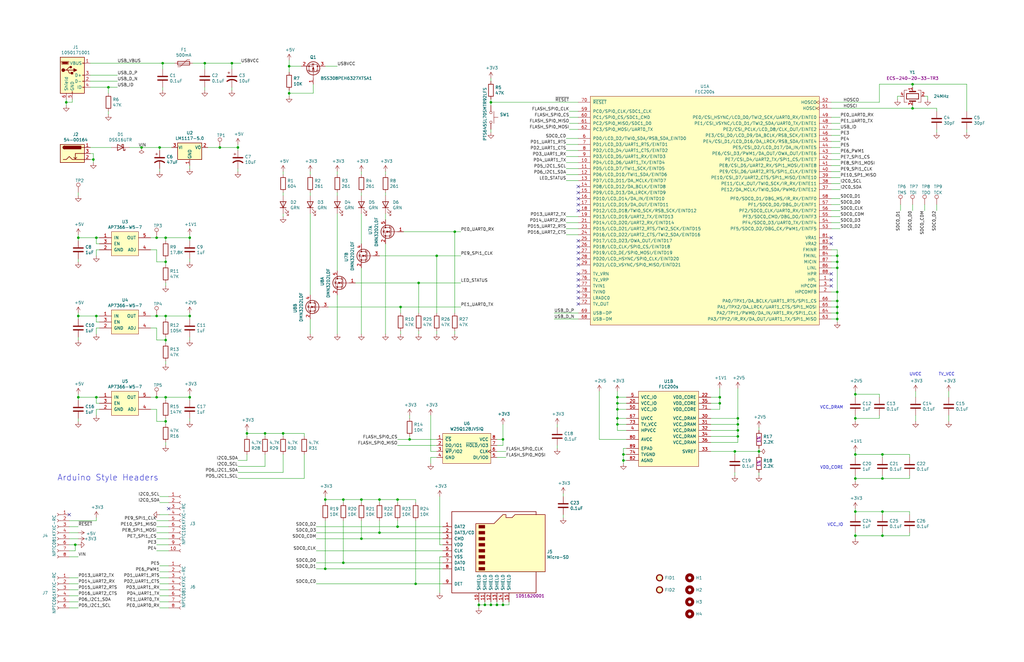
<source format=kicad_sch>
(kicad_sch (version 20211123) (generator eeschema)
  (paper "USLedger")
  (title_block (title "BoysenBoard") (date "2021-12-09") (rev "A") (comment 1 "Drawn: Matt Clewell") (comment 2 "License: GPL3"))
  (junction (at 31.75 229.87))
  (junction (at 260.35 179.07))
  (junction (at 168.91 129.54))
  (junction (at 311.15 176.53))
  (junction (at 152.4 227.33))
  (junction (at 303.53 170.18))
  (junction (at 204.47 255.27))
  (junction (at 69.85 133.35))
  (junction (at 137.16 210.82))
  (junction (at 80.01 167.64))
  (junction (at 104.14 182.88))
  (junction (at 353.06 132.08))
  (junction (at 86.36 26.67))
  (junction (at 353.06 129.54))
  (junction (at 69.85 110.49))
  (junction (at 40.64 133.35))
  (junction (at 66.04 167.64))
  (junction (at 353.06 123.19))
  (junction (at 353.06 127))
  (junction (at 262.89 194.31))
  (junction (at 167.64 222.25))
  (junction (at 27.94 43.18))
  (junction (at 372.11 215.9))
  (junction (at 69.85 167.64))
  (junction (at 152.4 210.82))
  (junction (at 360.68 176.53))
  (junction (at 209.55 255.27))
  (junction (at 66.04 133.35))
  (junction (at 137.16 240.03))
  (junction (at 68.58 26.67))
  (junction (at 33.02 167.64))
  (junction (at 212.09 255.27))
  (junction (at 119.38 182.88))
  (junction (at 33.02 133.35))
  (junction (at 67.31 62.23))
  (junction (at 59.69 62.23))
  (junction (at 33.02 100.33))
  (junction (at 212.09 185.42))
  (junction (at 160.02 224.79))
  (junction (at 69.85 177.8))
  (junction (at 260.35 167.64))
  (junction (at 320.04 190.5))
  (junction (at 69.85 143.51))
  (junction (at 111.76 182.88))
  (junction (at 40.64 167.64))
  (junction (at 360.68 215.9))
  (junction (at 40.64 100.33))
  (junction (at 384.81 45.72))
  (junction (at 353.06 110.49))
  (junction (at 360.68 201.93))
  (junction (at 311.15 179.07))
  (junction (at 144.78 210.82))
  (junction (at 176.53 119.38))
  (junction (at 372.11 226.06))
  (junction (at 207.01 43.18))
  (junction (at 311.15 181.61))
  (junction (at 372.11 201.93))
  (junction (at 262.89 191.77))
  (junction (at 384.81 35.56))
  (junction (at 260.35 170.18))
  (junction (at 311.15 184.15))
  (junction (at 201.93 255.27))
  (junction (at 372.11 191.77))
  (junction (at 66.04 100.33))
  (junction (at 80.01 100.33))
  (junction (at 45.72 36.83))
  (junction (at 39.37 67.31))
  (junction (at 207.01 255.27))
  (junction (at 144.78 237.49))
  (junction (at 92.71 62.23))
  (junction (at 175.26 246.38))
  (junction (at 260.35 172.72))
  (junction (at 172.72 185.42))
  (junction (at 353.06 134.62))
  (junction (at 121.92 39.37))
  (junction (at 121.92 27.94))
  (junction (at 360.68 166.37))
  (junction (at 160.02 210.82))
  (junction (at 303.53 167.64))
  (junction (at 167.64 210.82))
  (junction (at 309.88 190.5))
  (junction (at 353.06 113.03))
  (junction (at 97.79 26.67))
  (junction (at 360.68 226.06))
  (junction (at 353.06 107.95))
  (junction (at 184.15 107.95))
  (junction (at 80.01 133.35))
  (junction (at 69.85 100.33))
  (junction (at 191.77 97.79))
  (junction (at 360.68 191.77))
  (junction (at 100.33 62.23))
  (junction (at 260.35 176.53))
  (no_connect (at 243.84 88.9))
  (no_connect (at 29.21 217.17))
  (no_connect (at 243.84 81.28))
  (no_connect (at 243.84 118.11))
  (no_connect (at 243.84 101.6))
  (no_connect (at 243.84 78.74))
  (no_connect (at 243.84 86.36))
  (no_connect (at 350.52 102.87))
  (no_connect (at 243.84 111.76))
  (no_connect (at 350.52 115.57))
  (no_connect (at 350.52 100.33))
  (no_connect (at 243.84 106.68))
  (no_connect (at 243.84 123.19))
  (no_connect (at 71.12 214.63))
  (no_connect (at 243.84 115.57))
  (no_connect (at 243.84 83.82))
  (no_connect (at 243.84 120.65))
  (no_connect (at 350.52 118.11))
  (no_connect (at 243.84 104.14))
  (no_connect (at 350.52 120.65))
  (no_connect (at 243.84 125.73))
  (no_connect (at 243.84 109.22))
  (no_connect (at 243.84 128.27))
  (wire (pts (xy 69.85 177.8) (xy 69.85 176.53)))
  (wire (pts (xy 69.85 100.33) (xy 69.85 101.6)))
  (wire (pts (xy 29.21 232.41) (xy 31.75 232.41)))
  (wire (pts (xy 63.5 172.72) (xy 66.04 172.72)))
  (wire (pts (xy 360.68 190.5) (xy 360.68 191.77)))
  (wire (pts (xy 243.84 52.07) (xy 240.03 52.07)))
  (wire (pts (xy 207.01 43.18) (xy 207.01 44.45)))
  (wire (pts (xy 360.68 226.06) (xy 360.68 227.33)))
  (wire (pts (xy 209.55 255.27) (xy 212.09 255.27)))
  (wire (pts (xy 176.53 139.7) (xy 176.53 140.97)))
  (wire (pts (xy 299.72 176.53) (xy 311.15 176.53)))
  (wire (pts (xy 104.14 182.88) (xy 111.76 182.88)))
  (wire (pts (xy 144.78 219.71) (xy 144.78 237.49)))
  (wire (pts (xy 243.84 68.58) (xy 238.76 68.58)))
  (wire (pts (xy 260.35 172.72) (xy 260.35 176.53)))
  (wire (pts (xy 49.53 31.75) (xy 38.1 31.75)))
  (wire (pts (xy 350.52 105.41) (xy 353.06 105.41)))
  (wire (pts (xy 69.85 152.4) (xy 69.85 153.67)))
  (wire (pts (xy 234.95 187.96) (xy 234.95 189.23)))
  (wire (pts (xy 360.68 166.37) (xy 360.68 167.64)))
  (wire (pts (xy 186.69 234.95) (xy 185.42 234.95)))
  (wire (pts (xy 41.91 102.87) (xy 40.64 102.87)))
  (wire (pts (xy 350.52 77.47) (xy 354.33 77.47)))
  (wire (pts (xy 303.53 172.72) (xy 303.53 170.18)))
  (wire (pts (xy 384.81 44.45) (xy 384.81 45.72)))
  (wire (pts (xy 391.16 40.64) (xy 391.16 41.91)))
  (wire (pts (xy 243.84 73.66) (xy 238.76 73.66)))
  (wire (pts (xy 69.85 111.76) (xy 69.85 110.49)))
  (wire (pts (xy 353.06 127) (xy 353.06 129.54)))
  (wire (pts (xy 176.53 132.08) (xy 176.53 119.38)))
  (wire (pts (xy 67.31 71.12) (xy 67.31 72.39)))
  (wire (pts (xy 360.68 176.53) (xy 370.84 176.53)))
  (wire (pts (xy 172.72 184.15) (xy 172.72 185.42)))
  (wire (pts (xy 137.16 240.03) (xy 133.35 240.03)))
  (wire (pts (xy 67.31 243.84) (xy 71.12 243.84)))
  (wire (pts (xy 67.31 63.5) (xy 67.31 62.23)))
  (wire (pts (xy 29.21 254) (xy 33.02 254)))
  (wire (pts (xy 66.04 172.72) (xy 66.04 177.8)))
  (wire (pts (xy 137.16 209.55) (xy 137.16 210.82)))
  (wire (pts (xy 311.15 184.15) (xy 311.15 181.61)))
  (wire (pts (xy 111.76 196.85) (xy 111.76 191.77)))
  (wire (pts (xy 264.16 167.64) (xy 260.35 167.64)))
  (wire (pts (xy 152.4 210.82) (xy 160.02 210.82)))
  (wire (pts (xy 372.11 226.06) (xy 383.54 226.06)))
  (wire (pts (xy 353.06 123.19) (xy 353.06 127)))
  (wire (pts (xy 144.78 210.82) (xy 152.4 210.82)))
  (wire (pts (xy 191.77 139.7) (xy 191.77 140.97)))
  (wire (pts (xy 69.85 110.49) (xy 69.85 109.22)))
  (wire (pts (xy 104.14 181.61) (xy 104.14 182.88)))
  (wire (pts (xy 264.16 172.72) (xy 260.35 172.72)))
  (wire (pts (xy 162.56 90.17) (xy 162.56 92.71)))
  (wire (pts (xy 243.84 43.18) (xy 207.01 43.18)))
  (wire (pts (xy 201.93 255.27) (xy 204.47 255.27)))
  (wire (pts (xy 252.73 165.1) (xy 252.73 185.42)))
  (wire (pts (xy 372.11 215.9) (xy 383.54 215.9)))
  (wire (pts (xy 386.08 165.1) (xy 386.08 167.64)))
  (wire (pts (xy 238.76 66.04) (xy 243.84 66.04)))
  (wire (pts (xy 384.81 35.56) (xy 407.67 35.56)))
  (wire (pts (xy 119.38 90.17) (xy 119.38 91.44)))
  (wire (pts (xy 29.21 222.25) (xy 33.02 222.25)))
  (wire (pts (xy 137.16 219.71) (xy 137.16 240.03)))
  (wire (pts (xy 69.85 167.64) (xy 69.85 168.91)))
  (wire (pts (xy 27.94 43.18) (xy 30.48 43.18)))
  (wire (pts (xy 204.47 254) (xy 204.47 255.27)))
  (wire (pts (xy 66.04 219.71) (xy 71.12 219.71)))
  (wire (pts (xy 33.02 251.46) (xy 29.21 251.46)))
  (wire (pts (xy 299.72 170.18) (xy 303.53 170.18)))
  (wire (pts (xy 137.16 27.94) (xy 142.24 27.94)))
  (wire (pts (xy 234.95 179.07) (xy 234.95 180.34)))
  (wire (pts (xy 130.81 82.55) (xy 130.81 81.28)))
  (wire (pts (xy 68.58 26.67) (xy 73.66 26.67)))
  (wire (pts (xy 100.33 71.12) (xy 100.33 72.39)))
  (wire (pts (xy 69.85 133.35) (xy 80.01 133.35)))
  (wire (pts (xy 40.64 219.71) (xy 40.64 218.44)))
  (wire (pts (xy 31.75 232.41) (xy 31.75 229.87)))
  (wire (pts (xy 237.49 217.17) (xy 237.49 218.44)))
  (wire (pts (xy 360.68 175.26) (xy 360.68 176.53)))
  (wire (pts (xy 379.73 86.36) (xy 379.73 88.9)))
  (wire (pts (xy 41.91 135.89) (xy 40.64 135.89)))
  (wire (pts (xy 119.38 182.88) (xy 128.27 182.88)))
  (wire (pts (xy 372.11 201.93) (xy 383.54 201.93)))
  (wire (pts (xy 407.67 35.56) (xy 407.67 46.99)))
  (wire (pts (xy 66.04 143.51) (xy 69.85 143.51)))
  (wire (pts (xy 360.68 215.9) (xy 360.68 217.17)))
  (wire (pts (xy 213.36 193.04) (xy 209.55 193.04)))
  (wire (pts (xy 264.16 189.23) (xy 262.89 189.23)))
  (wire (pts (xy 87.63 62.23) (xy 92.71 62.23)))
  (wire (pts (xy 260.35 179.07) (xy 260.35 181.61)))
  (wire (pts (xy 31.75 229.87) (xy 33.02 229.87)))
  (wire (pts (xy 167.64 185.42) (xy 172.72 185.42)))
  (wire (pts (xy 100.33 194.31) (xy 104.14 194.31)))
  (wire (pts (xy 128.27 182.88) (xy 128.27 184.15)))
  (wire (pts (xy 167.64 219.71) (xy 167.64 222.25)))
  (wire (pts (xy 320.04 180.34) (xy 320.04 181.61)))
  (wire (pts (xy 207.01 33.02) (xy 207.01 34.29)))
  (wire (pts (xy 121.92 27.94) (xy 121.92 30.48)))
  (wire (pts (xy 407.67 54.61) (xy 407.67 55.88)))
  (wire (pts (xy 299.72 190.5) (xy 309.88 190.5)))
  (wire (pts (xy 243.84 46.99) (xy 240.03 46.99)))
  (wire (pts (xy 370.84 43.18) (xy 370.84 35.56)))
  (wire (pts (xy 372.11 200.66) (xy 372.11 201.93)))
  (wire (pts (xy 212.09 187.96) (xy 212.09 185.42)))
  (wire (pts (xy 69.85 100.33) (xy 80.01 100.33)))
  (wire (pts (xy 400.05 165.1) (xy 400.05 167.64)))
  (wire (pts (xy 264.16 191.77) (xy 262.89 191.77)))
  (wire (pts (xy 353.06 134.62) (xy 353.06 135.89)))
  (wire (pts (xy 260.35 176.53) (xy 260.35 179.07)))
  (wire (pts (xy 33.02 133.35) (xy 33.02 134.62)))
  (wire (pts (xy 209.55 187.96) (xy 212.09 187.96)))
  (wire (pts (xy 299.72 172.72) (xy 303.53 172.72)))
  (wire (pts (xy 238.76 96.52) (xy 243.84 96.52)))
  (wire (pts (xy 80.01 166.37) (xy 80.01 167.64)))
  (wire (pts (xy 360.68 176.53) (xy 360.68 177.8)))
  (wire (pts (xy 138.43 129.54) (xy 168.91 129.54)))
  (wire (pts (xy 71.12 232.41) (xy 66.04 232.41)))
  (wire (pts (xy 31.75 229.87) (xy 29.21 229.87)))
  (wire (pts (xy 350.52 93.98) (xy 354.33 93.98)))
  (wire (pts (xy 389.89 86.36) (xy 389.89 88.9)))
  (wire (pts (xy 320.04 199.39) (xy 320.04 200.66)))
  (wire (pts (xy 238.76 60.96) (xy 243.84 60.96)))
  (wire (pts (xy 41.91 105.41) (xy 40.64 105.41)))
  (wire (pts (xy 97.79 26.67) (xy 97.79 29.21)))
  (wire (pts (xy 160.02 224.79) (xy 133.35 224.79)))
  (wire (pts (xy 237.49 208.28) (xy 237.49 209.55)))
  (wire (pts (xy 354.33 86.36) (xy 350.52 86.36)))
  (wire (pts (xy 68.58 36.83) (xy 68.58 38.1)))
  (wire (pts (xy 29.21 234.95) (xy 33.02 234.95)))
  (wire (pts (xy 350.52 123.19) (xy 353.06 123.19)))
  (wire (pts (xy 162.56 81.28) (xy 162.56 82.55)))
  (wire (pts (xy 130.81 124.46) (xy 130.81 90.17)))
  (wire (pts (xy 33.02 132.08) (xy 33.02 133.35)))
  (wire (pts (xy 144.78 212.09) (xy 144.78 210.82)))
  (wire (pts (xy 69.85 143.51) (xy 69.85 142.24)))
  (wire (pts (xy 243.84 99.06) (xy 238.76 99.06)))
  (wire (pts (xy 66.04 138.43) (xy 66.04 143.51)))
  (wire (pts (xy 162.56 72.39) (xy 162.56 73.66)))
  (wire (pts (xy 66.04 110.49) (xy 69.85 110.49)))
  (wire (pts (xy 33.02 176.53) (xy 33.02 177.8)))
  (wire (pts (xy 238.76 91.44) (xy 243.84 91.44)))
  (wire (pts (xy 152.4 212.09) (xy 152.4 210.82)))
  (wire (pts (xy 243.84 63.5) (xy 238.76 63.5)))
  (wire (pts (xy 350.52 129.54) (xy 353.06 129.54)))
  (wire (pts (xy 133.35 232.41) (xy 186.69 232.41)))
  (wire (pts (xy 149.86 119.38) (xy 176.53 119.38)))
  (wire (pts (xy 67.31 238.76) (xy 71.12 238.76)))
  (wire (pts (xy 170.18 97.79) (xy 191.77 97.79)))
  (wire (pts (xy 128.27 201.93) (xy 128.27 191.77)))
  (wire (pts (xy 184.15 132.08) (xy 184.15 107.95)))
  (wire (pts (xy 243.84 71.12) (xy 238.76 71.12)))
  (wire (pts (xy 384.81 35.56) (xy 370.84 35.56)))
  (wire (pts (xy 33.02 133.35) (xy 40.64 133.35)))
  (wire (pts (xy 384.81 36.83) (xy 384.81 35.56)))
  (wire (pts (xy 167.64 210.82) (xy 175.26 210.82)))
  (wire (pts (xy 67.31 241.3) (xy 71.12 241.3)))
  (wire (pts (xy 40.64 138.43) (xy 40.64 140.97)))
  (wire (pts (xy 45.72 46.99) (xy 45.72 48.26)))
  (wire (pts (xy 209.55 254) (xy 209.55 255.27)))
  (wire (pts (xy 69.85 179.07) (xy 69.85 177.8)))
  (wire (pts (xy 184.15 190.5) (xy 181.61 190.5)))
  (wire (pts (xy 353.06 110.49) (xy 353.06 113.03)))
  (wire (pts (xy 394.97 45.72) (xy 394.97 46.99)))
  (wire (pts (xy 394.97 54.61) (xy 394.97 55.88)))
  (wire (pts (xy 372.11 224.79) (xy 372.11 226.06)))
  (wire (pts (xy 353.06 129.54) (xy 353.06 132.08)))
  (wire (pts (xy 167.64 222.25) (xy 133.35 222.25)))
  (wire (pts (xy 86.36 36.83) (xy 86.36 38.1)))
  (wire (pts (xy 350.52 54.61) (xy 354.33 54.61)))
  (wire (pts (xy 185.42 209.55) (xy 185.42 229.87)))
  (wire (pts (xy 360.68 191.77) (xy 360.68 193.04)))
  (wire (pts (xy 243.84 93.98) (xy 238.76 93.98)))
  (wire (pts (xy 69.85 186.69) (xy 69.85 187.96)))
  (wire (pts (xy 309.88 190.5) (xy 320.04 190.5)))
  (wire (pts (xy 350.52 107.95) (xy 353.06 107.95)))
  (wire (pts (xy 119.38 72.39) (xy 119.38 73.66)))
  (wire (pts (xy 350.52 134.62) (xy 353.06 134.62)))
  (wire (pts (xy 41.91 170.18) (xy 40.64 170.18)))
  (wire (pts (xy 121.92 39.37) (xy 132.08 39.37)))
  (wire (pts (xy 71.12 222.25) (xy 66.04 222.25)))
  (wire (pts (xy 299.72 184.15) (xy 311.15 184.15)))
  (wire (pts (xy 354.33 52.07) (xy 350.52 52.07)))
  (wire (pts (xy 386.08 175.26) (xy 386.08 177.8)))
  (wire (pts (xy 384.81 86.36) (xy 384.81 88.9)))
  (wire (pts (xy 354.33 69.85) (xy 350.52 69.85)))
  (wire (pts (xy 353.06 107.95) (xy 353.06 110.49)))
  (wire (pts (xy 86.36 26.67) (xy 97.79 26.67)))
  (wire (pts (xy 142.24 124.46) (xy 142.24 140.97)))
  (wire (pts (xy 38.1 36.83) (xy 45.72 36.83)))
  (wire (pts (xy 130.81 72.39) (xy 130.81 73.66)))
  (wire (pts (xy 212.09 254) (xy 212.09 255.27)))
  (wire (pts (xy 29.21 248.92) (xy 33.02 248.92)))
  (wire (pts (xy 309.88 191.77) (xy 309.88 190.5)))
  (wire (pts (xy 360.68 165.1) (xy 360.68 166.37)))
  (wire (pts (xy 160.02 224.79) (xy 186.69 224.79)))
  (wire (pts (xy 240.03 49.53) (xy 243.84 49.53)))
  (wire (pts (xy 360.68 166.37) (xy 370.84 166.37)))
  (wire (pts (xy 133.35 246.38) (xy 175.26 246.38)))
  (wire (pts (xy 86.36 29.21) (xy 86.36 26.67)))
  (wire (pts (xy 260.35 167.64) (xy 260.35 170.18)))
  (wire (pts (xy 29.21 243.84) (xy 33.02 243.84)))
  (wire (pts (xy 176.53 119.38) (xy 194.31 119.38)))
  (wire (pts (xy 186.69 246.38) (xy 175.26 246.38)))
  (wire (pts (xy 209.55 185.42) (xy 212.09 185.42)))
  (wire (pts (xy 400.05 175.26) (xy 400.05 177.8)))
  (wire (pts (xy 100.33 62.23) (xy 100.33 63.5)))
  (wire (pts (xy 207.01 41.91) (xy 207.01 43.18)))
  (wire (pts (xy 172.72 175.26) (xy 172.72 176.53)))
  (wire (pts (xy 389.89 40.64) (xy 391.16 40.64)))
  (wire (pts (xy 80.01 132.08) (xy 80.01 133.35)))
  (wire (pts (xy 80.01 167.64) (xy 80.01 168.91)))
  (wire (pts (xy 240.03 54.61) (xy 243.84 54.61)))
  (wire (pts (xy 104.14 182.88) (xy 104.14 184.15)))
  (wire (pts (xy 152.4 72.39) (xy 152.4 73.66)))
  (wire (pts (xy 350.52 62.23) (xy 354.33 62.23)))
  (wire (pts (xy 360.68 201.93) (xy 360.68 203.2)))
  (wire (pts (xy 168.91 132.08) (xy 168.91 129.54)))
  (wire (pts (xy 175.26 210.82) (xy 175.26 212.09)))
  (wire (pts (xy 100.33 201.93) (xy 128.27 201.93)))
  (wire (pts (xy 100.33 196.85) (xy 111.76 196.85)))
  (wire (pts (xy 144.78 237.49) (xy 186.69 237.49)))
  (wire (pts (xy 160.02 212.09) (xy 160.02 210.82)))
  (wire (pts (xy 66.04 100.33) (xy 69.85 100.33)))
  (wire (pts (xy 69.85 144.78) (xy 69.85 143.51)))
  (wire (pts (xy 97.79 26.67) (xy 101.6 26.67)))
  (wire (pts (xy 40.64 172.72) (xy 40.64 175.26)))
  (wire (pts (xy 66.04 167.64) (xy 69.85 167.64)))
  (wire (pts (xy 142.24 90.17) (xy 142.24 114.3)))
  (wire (pts (xy 350.52 113.03) (xy 353.06 113.03)))
  (wire (pts (xy 71.12 256.54) (xy 67.31 256.54)))
  (wire (pts (xy 181.61 193.04) (xy 181.61 195.58)))
  (wire (pts (xy 350.52 91.44) (xy 354.33 91.44)))
  (wire (pts (xy 167.64 187.96) (xy 184.15 187.96)))
  (wire (pts (xy 379.73 40.64) (xy 378.46 40.64)))
  (wire (pts (xy 81.28 26.67) (xy 86.36 26.67)))
  (wire (pts (xy 121.92 39.37) (xy 121.92 40.64)))
  (wire (pts (xy 63.5 167.64) (xy 66.04 167.64)))
  (wire (pts (xy 360.68 200.66) (xy 360.68 201.93)))
  (wire (pts (xy 378.46 40.64) (xy 378.46 41.91)))
  (wire (pts (xy 372.11 191.77) (xy 383.54 191.77)))
  (wire (pts (xy 184.15 193.04) (xy 181.61 193.04)))
  (wire (pts (xy 175.26 246.38) (xy 175.26 219.71)))
  (wire (pts (xy 111.76 182.88) (xy 119.38 182.88)))
  (wire (pts (xy 303.53 170.18) (xy 303.53 167.64)))
  (wire (pts (xy 353.06 105.41) (xy 353.06 107.95)))
  (wire (pts (xy 38.1 26.67) (xy 68.58 26.67)))
  (wire (pts (xy 66.04 105.41) (xy 66.04 110.49)))
  (wire (pts (xy 33.02 81.28) (xy 33.02 82.55)))
  (wire (pts (xy 80.01 176.53) (xy 80.01 177.8)))
  (wire (pts (xy 80.01 69.85) (xy 80.01 71.12)))
  (wire (pts (xy 104.14 194.31) (xy 104.14 191.77)))
  (wire (pts (xy 63.5 105.41) (xy 66.04 105.41)))
  (wire (pts (xy 80.01 100.33) (xy 80.01 101.6)))
  (wire (pts (xy 262.89 191.77) (xy 262.89 194.31)))
  (wire (pts (xy 63.5 138.43) (xy 66.04 138.43)))
  (wire (pts (xy 201.93 254) (xy 201.93 255.27)))
  (wire (pts (xy 67.31 217.17) (xy 71.12 217.17)))
  (wire (pts (xy 350.52 49.53) (xy 354.33 49.53)))
  (wire (pts (xy 191.77 97.79) (xy 194.31 97.79)))
  (wire (pts (xy 63.5 133.35) (xy 66.04 133.35)))
  (wire (pts (xy 354.33 59.69) (xy 350.52 59.69)))
  (wire (pts (xy 167.64 210.82) (xy 167.64 212.09)))
  (wire (pts (xy 137.16 210.82) (xy 137.16 212.09)))
  (wire (pts (xy 33.02 142.24) (xy 33.02 143.51)))
  (wire (pts (xy 160.02 210.82) (xy 167.64 210.82)))
  (wire (pts (xy 260.35 179.07) (xy 264.16 179.07)))
  (wire (pts (xy 350.52 74.93) (xy 354.33 74.93)))
  (wire (pts (xy 111.76 184.15) (xy 111.76 182.88)))
  (wire (pts (xy 185.42 234.95) (xy 185.42 250.19)))
  (wire (pts (xy 384.81 45.72) (xy 394.97 45.72)))
  (wire (pts (xy 299.72 167.64) (xy 303.53 167.64)))
  (wire (pts (xy 40.64 102.87) (xy 40.64 100.33)))
  (wire (pts (xy 119.38 199.39) (xy 119.38 191.77)))
  (wire (pts (xy 160.02 219.71) (xy 160.02 224.79)))
  (wire (pts (xy 121.92 38.1) (xy 121.92 39.37)))
  (wire (pts (xy 299.72 181.61) (xy 311.15 181.61)))
  (wire (pts (xy 370.84 176.53) (xy 370.84 175.26)))
  (wire (pts (xy 133.35 237.49) (xy 144.78 237.49)))
  (wire (pts (xy 66.04 224.79) (xy 71.12 224.79)))
  (wire (pts (xy 350.52 57.15) (xy 354.33 57.15)))
  (wire (pts (xy 212.09 185.42) (xy 212.09 179.07)))
  (wire (pts (xy 350.52 43.18) (xy 370.84 43.18)))
  (wire (pts (xy 33.02 109.22) (xy 33.02 110.49)))
  (wire (pts (xy 38.1 62.23) (xy 46.99 62.23)))
  (wire (pts (xy 67.31 248.92) (xy 71.12 248.92)))
  (wire (pts (xy 214.63 255.27) (xy 214.63 254)))
  (wire (pts (xy 29.21 227.33) (xy 33.02 227.33)))
  (wire (pts (xy 204.47 255.27) (xy 207.01 255.27)))
  (wire (pts (xy 350.52 127) (xy 353.06 127)))
  (wire (pts (xy 33.02 167.64) (xy 40.64 167.64)))
  (wire (pts (xy 121.92 25.4) (xy 121.92 27.94)))
  (wire (pts (xy 67.31 62.23) (xy 72.39 62.23)))
  (wire (pts (xy 142.24 81.28) (xy 142.24 82.55)))
  (wire (pts (xy 41.91 172.72) (xy 40.64 172.72)))
  (wire (pts (xy 172.72 185.42) (xy 184.15 185.42)))
  (wire (pts (xy 92.71 62.23) (xy 100.33 62.23)))
  (wire (pts (xy 260.35 165.1) (xy 260.35 167.64)))
  (wire (pts (xy 71.12 227.33) (xy 66.04 227.33)))
  (wire (pts (xy 311.15 181.61) (xy 311.15 179.07)))
  (wire (pts (xy 350.52 83.82) (xy 354.33 83.82)))
  (wire (pts (xy 33.02 100.33) (xy 40.64 100.33)))
  (wire (pts (xy 66.04 177.8) (xy 69.85 177.8)))
  (wire (pts (xy 40.64 100.33) (xy 41.91 100.33)))
  (wire (pts (xy 264.16 170.18) (xy 260.35 170.18)))
  (wire (pts (xy 45.72 36.83) (xy 45.72 39.37)))
  (wire (pts (xy 160.02 107.95) (xy 184.15 107.95)))
  (wire (pts (xy 372.11 193.04) (xy 372.11 191.77)))
  (wire (pts (xy 353.06 113.03) (xy 353.06 123.19)))
  (wire (pts (xy 33.02 166.37) (xy 33.02 167.64)))
  (wire (pts (xy 350.52 67.31) (xy 354.33 67.31)))
  (wire (pts (xy 33.02 99.06) (xy 33.02 100.33)))
  (wire (pts (xy 39.37 64.77) (xy 39.37 67.31)))
  (wire (pts (xy 167.64 222.25) (xy 186.69 222.25)))
  (wire (pts (xy 370.84 166.37) (xy 370.84 167.64)))
  (wire (pts (xy 383.54 201.93) (xy 383.54 200.66)))
  (wire (pts (xy 33.02 224.79) (xy 29.21 224.79)))
  (wire (pts (xy 360.68 224.79) (xy 360.68 226.06)))
  (wire (pts (xy 320.04 191.77) (xy 320.04 190.5)))
  (wire (pts (xy 67.31 251.46) (xy 71.12 251.46)))
  (wire (pts (xy 212.09 255.27) (xy 214.63 255.27)))
  (wire (pts (xy 100.33 199.39) (xy 119.38 199.39)))
  (wire (pts (xy 350.52 132.08) (xy 353.06 132.08)))
  (wire (pts (xy 207.01 255.27) (xy 209.55 255.27)))
  (wire (pts (xy 262.89 189.23) (xy 262.89 191.77)))
  (wire (pts (xy 383.54 226.06) (xy 383.54 224.79)))
  (wire (pts (xy 71.12 246.38) (xy 67.31 246.38)))
  (wire (pts (xy 40.64 135.89) (xy 40.64 133.35)))
  (wire (pts (xy 69.85 167.64) (xy 80.01 167.64)))
  (wire (pts (xy 303.53 167.64) (xy 303.53 163.83)))
  (wire (pts (xy 238.76 76.2) (xy 243.84 76.2)))
  (wire (pts (xy 186.69 229.87) (xy 185.42 229.87)))
  (wire (pts (xy 67.31 212.09) (xy 71.12 212.09)))
  (wire (pts (xy 33.02 167.64) (xy 33.02 168.91)))
  (wire (pts (xy 33.02 100.33) (xy 33.02 101.6)))
  (wire (pts (xy 130.81 134.62) (xy 130.81 140.97)))
  (wire (pts (xy 311.15 176.53) (xy 311.15 163.83)))
  (wire (pts (xy 209.55 190.5) (xy 213.36 190.5)))
  (wire (pts (xy 40.64 105.41) (xy 40.64 107.95)))
  (wire (pts (xy 252.73 185.42) (xy 264.16 185.42)))
  (wire (pts (xy 27.94 43.18) (xy 27.94 44.45)))
  (wire (pts (xy 350.52 110.49) (xy 353.06 110.49)))
  (wire (pts (xy 238.76 58.42) (xy 243.84 58.42)))
  (wire (pts (xy 233.68 132.08) (xy 243.84 132.08)))
  (wire (pts (xy 40.64 167.64) (xy 41.91 167.64)))
  (wire (pts (xy 71.12 209.55) (xy 67.31 209.55)))
  (wire (pts (xy 262.89 194.31) (xy 262.89 195.58)))
  (wire (pts (xy 68.58 29.21) (xy 68.58 26.67)))
  (wire (pts (xy 54.61 62.23) (xy 59.69 62.23)))
  (wire (pts (xy 29.21 219.71) (xy 40.64 219.71)))
  (wire (pts (xy 350.52 64.77) (xy 354.33 64.77)))
  (wire (pts (xy 207.01 54.61) (xy 207.01 55.88)))
  (wire (pts (xy 119.38 184.15) (xy 119.38 182.88)))
  (wire (pts (xy 119.38 81.28) (xy 119.38 82.55)))
  (wire (pts (xy 264.16 194.31) (xy 262.89 194.31)))
  (wire (pts (xy 67.31 254) (xy 71.12 254)))
  (wire (pts (xy 33.02 256.54) (xy 29.21 256.54)))
  (wire (pts (xy 97.79 36.83) (xy 97.79 38.1)))
  (wire (pts (xy 66.04 133.35) (xy 69.85 133.35)))
  (wire (pts (xy 45.72 36.83) (xy 49.53 36.83)))
  (wire (pts (xy 27.94 41.91) (xy 27.94 43.18)))
  (wire (pts (xy 311.15 179.07) (xy 311.15 176.53)))
  (wire (pts (xy 353.06 132.08) (xy 353.06 134.62)))
  (wire (pts (xy 168.91 139.7) (xy 168.91 140.97)))
  (wire (pts (xy 69.85 133.35) (xy 69.85 134.62)))
  (wire (pts (xy 360.68 215.9) (xy 372.11 215.9)))
  (wire (pts (xy 264.16 176.53) (xy 260.35 176.53)))
  (wire (pts (xy 184.15 139.7) (xy 184.15 140.97)))
  (wire (pts (xy 201.93 255.27) (xy 201.93 256.54)))
  (wire (pts (xy 354.33 80.01) (xy 350.52 80.01)))
  (wire (pts (xy 137.16 210.82) (xy 144.78 210.82)))
  (wire (pts (xy 309.88 199.39) (xy 309.88 200.66)))
  (wire (pts (xy 41.91 138.43) (xy 40.64 138.43)))
  (wire (pts (xy 69.85 119.38) (xy 69.85 120.65)))
  (wire (pts (xy 152.4 113.03) (xy 152.4 140.97)))
  (wire (pts (xy 320.04 190.5) (xy 320.04 189.23)))
  (wire (pts (xy 142.24 72.39) (xy 142.24 73.66)))
  (wire (pts (xy 181.61 175.26) (xy 181.61 190.5)))
  (wire (pts (xy 299.72 179.07) (xy 311.15 179.07)))
  (wire (pts (xy 38.1 34.29) (xy 49.53 34.29)))
  (wire (pts (xy 350.52 88.9) (xy 354.33 88.9)))
  (wire (pts (xy 66.04 229.87) (xy 71.12 229.87)))
  (wire (pts (xy 80.01 109.22) (xy 80.01 110.49)))
  (wire (pts (xy 299.72 186.69) (xy 311.15 186.69)))
  (wire (pts (xy 191.77 132.08) (xy 191.77 97.79)))
  (wire (pts (xy 127 27.94) (xy 121.92 27.94)))
  (wire (pts (xy 133.35 227.33) (xy 152.4 227.33)))
  (wire (pts (xy 152.4 90.17) (xy 152.4 102.87)))
  (wire (pts (xy 394.97 86.36) (xy 394.97 88.9)))
  (wire (pts (xy 137.16 240.03) (xy 186.69 240.03)))
  (wire (pts (xy 38.1 64.77) (xy 39.37 64.77)))
  (wire (pts (xy 168.91 129.54) (xy 194.31 129.54)))
  (wire (pts (xy 184.15 107.95) (xy 194.31 107.95)))
  (wire (pts (xy 80.01 142.24) (xy 80.01 143.51)))
  (wire (pts (xy 59.69 62.23) (xy 67.31 62.23)))
  (wire (pts (xy 372.11 217.17) (xy 372.11 215.9)))
  (wire (pts (xy 132.08 39.37) (xy 132.08 35.56)))
  (wire (pts (xy 260.35 181.61) (xy 264.16 181.61)))
  (wire (pts (xy 152.4 227.33) (xy 186.69 227.33)))
  (wire (pts (xy 260.35 170.18) (xy 260.35 172.72)))
  (wire (pts (xy 40.64 133.35) (xy 41.91 133.35)))
  (wire (pts (xy 383.54 191.77) (xy 383.54 193.04)))
  (wire (pts (xy 311.15 186.69) (xy 311.15 184.15)))
  (wire (pts (xy 243.84 134.62) (xy 233.68 134.62)))
  (wire (pts (xy 162.56 102.87) (xy 162.56 140.97)))
  (wire (pts (xy 354.33 96.52) (xy 350.52 96.52)))
  (wire (pts (xy 33.02 246.38) (xy 29.21 246.38)))
  (wire (pts (xy 350.52 45.72) (xy 384.81 45.72)))
  (wire (pts (xy 152.4 219.71) (xy 152.4 227.33)))
  (wire (pts (xy 80.01 133.35) (xy 80.01 134.62)))
  (wire (pts (xy 30.48 43.18) (xy 30.48 41.91)))
  (wire (pts (xy 350.52 72.39) (xy 354.33 72.39)))
  (wire (pts (xy 360.68 226.06) (xy 372.11 226.06)))
  (wire (pts (xy 360.68 201.93) (xy 372.11 201.93)))
  (wire (pts (xy 100.33 60.96) (xy 100.33 62.23)))
  (wire (pts (xy 207.01 254) (xy 207.01 255.27)))
  (wire (pts (xy 80.01 99.06) (xy 80.01 100.33)))
  (wire (pts (xy 63.5 100.33) (xy 66.04 100.33)))
  (wire (pts (xy 360.68 214.63) (xy 360.68 215.9)))
  (wire (pts (xy 383.54 215.9) (xy 383.54 217.17)))
  (wire (pts (xy 40.64 170.18) (xy 40.64 167.64)))
  (wire (pts (xy 152.4 81.28) (xy 152.4 82.55)))
  (wire (pts (xy 360.68 191.77) (xy 372.11 191.77)))
  (wire (pts (xy 39.37 67.31) (xy 39.37 68.58)))
  (wire (pts (xy 38.1 67.31) (xy 39.37 67.31)))
  (text "UVCC" (at 388.62 158.75 180) (effects (font (size 1.27 1.27)) (justify right bottom)))
  (text "TV_VCC" (at 402.59 158.75 180) (effects (font (size 1.27 1.27)) (justify right bottom)))
  (text "VDD_CORE" (at 355.6 198.12 180) (effects (font (size 1.27 1.27)) (justify right bottom)))
  (text "VCC_IO" (at 355.6 222.25 180) (effects (font (size 1.27 1.27)) (justify right bottom)))
  (text "Arduino Style Headers" (at 24.13 203.2 0) (effects (font (size 2.54 2.54)) (justify left bottom)))
  (text "VCC_DRAM" (at 355.6 172.72 180) (effects (font (size 1.27 1.27)) (justify right bottom)))
  (label "I2C0_SCL" (at 67.31 209.55 180))
  (label "PE1_UART0_TX" (at 194.31 129.54 0))
  (label "PE6_PWM1" (at 354.33 64.77 0))
  (label "PD6_I2C1_SDA" (at 33.02 254 0))
  (label "PD15_UART2_RTS" (at 33.02 248.92 0))
  (label "FLASH_SPI0_MOSI" (at 240.03 54.61 180))
  (label "PE9_SPI1_CLK" (at 354.33 72.39 0))
  (label "PD16_UART2_CTS" (at 238.76 99.06 180))
  (label "PE7_SPI1_CS" (at 354.33 67.31 0))
  (label "PE1_UART0_TX" (at 354.33 52.07 0))
  (label "PD1_UART1_RTS" (at 238.76 60.96 180))
  (label "SDC0_D3" (at 133.35 224.79 180))
  (label "PD3_UART1_RX" (at 67.31 248.92 180))
  (label "PD4_UART1_TX" (at 67.31 251.46 180))
  (label "SDC0_CD" (at 238.76 58.42 180))
  (label "PE6_PWM1" (at 67.31 241.3 180))
  (label "VIN" (at 58.42 62.23 0))
  (label "USB_D_N" (at 49.53 34.29 0))
  (label "~{RESET}" (at 33.02 222.25 0))
  (label "USBVCC" (at 101.6 26.67 0))
  (label "PD2_UART1_CTS" (at 67.31 246.38 180))
  (label "SDC0_D0" (at 133.35 237.49 180))
  (label "PE0_UART0_RX" (at 354.33 49.53 0))
  (label "PE4" (at 66.04 232.41 180))
  (label "PE0_UART0_RX" (at 194.31 97.79 0))
  (label "SDC0_D1" (at 133.35 240.03 180))
  (label "I2C0_SDA" (at 354.33 80.01 0))
  (label "PE0_UART0_RX" (at 67.31 256.54 180))
  (label "PE10_SP1_MISO" (at 66.04 222.25 180))
  (label "~{RESET}" (at 240.03 43.18 180))
  (label "FLASH_SPI0_CS" (at 240.03 49.53 180))
  (label "SDC0_D2" (at 394.97 88.9 270))
  (label "USB_D_N" (at 233.68 134.62 0))
  (label "I2C0_SDA" (at 100.33 194.31 180))
  (label "FLASH_SPI0_CS" (at 167.64 185.42 180))
  (label "SDC0_CLK" (at 354.33 88.9 0))
  (label "PD1_UART1_RTS" (at 67.31 243.84 180))
  (label "SDC0_CDM" (at 354.33 91.44 0))
  (label "HOSCI" (at 355.6 45.72 0))
  (label "PD3_UART1_RX" (at 238.76 66.04 180))
  (label "I2C0_SDA" (at 67.31 212.09 180))
  (label "FLASH_SPI0_MOSI" (at 213.36 193.04 0))
  (label "PE3" (at 354.33 57.15 0))
  (label "SDC0_D2" (at 354.33 96.52 0))
  (label "PE4" (at 354.33 59.69 0))
  (label "PE1_UART0_TX" (at 67.31 254 180))
  (label "FLASH_SPI0_CLK" (at 213.36 190.5 0))
  (label "PE9_SPI1_CLK" (at 66.04 219.71 180))
  (label "USB_D_P" (at 49.53 31.75 0))
  (label "FLASH_SPI0_CLK" (at 240.03 46.99 180))
  (label "PE7_SPI1_CS" (at 66.04 227.33 180))
  (label "PD6_I2C1_SDA" (at 100.33 199.39 180))
  (label "SDC0_D2" (at 133.35 222.25 180))
  (label "PD14_UART2_RX" (at 33.02 246.38 0))
  (label "PE10_SP1_MISO" (at 354.33 74.93 0))
  (label "PD5_I2C1_SCL" (at 100.33 201.93 180))
  (label "PD14_UART2_RX" (at 238.76 93.98 180))
  (label "PE9_SPI1_CLK" (at 194.31 107.95 0))
  (label "PD5_I2C1_SCL" (at 238.76 71.12 180))
  (label "PE5" (at 354.33 62.23 0))
  (label "SDC0_D0" (at 354.33 86.36 0))
  (label "PE8_SPI1_MOSI" (at 354.33 69.85 0))
  (label "SDC0_CD" (at 133.35 246.38 180))
  (label "HOSCO" (at 355.6 43.18 0))
  (label "PE5" (at 67.31 238.76 180))
  (label "SDC0_D3" (at 354.33 93.98 0))
  (label "SDC0_D0" (at 384.81 88.9 270))
  (label "PD4_UART1_TX" (at 238.76 68.58 180))
  (label "PD13_UART2_TX" (at 33.02 243.84 0))
  (label "SDC0_D1" (at 354.33 83.82 0))
  (label "PE8_SPI1_MOSI" (at 66.04 224.79 180))
  (label "PD5_I2C1_SCL" (at 33.02 256.54 0))
  (label "USB_ID" (at 49.53 36.83 0))
  (label "SDC0_CLK" (at 133.35 232.41 180))
  (label "PE3" (at 66.04 229.87 180))
  (label "PD2_UART1_CTS" (at 238.76 63.5 180))
  (label "I2C0_SCL" (at 100.33 196.85 180))
  (label "SDC0_CDM" (at 133.35 227.33 180))
  (label "LED_STATUS" (at 194.31 119.38 0))
  (label "VIN" (at 33.02 234.95 0))
  (label "PD16_UART2_CTS" (at 33.02 251.46 0))
  (label "SDC0_D1" (at 379.73 88.9 270))
  (label "PD6_I2C1_SDA" (at 238.76 73.66 180))
  (label "LED_STATUS" (at 238.76 76.2 180))
  (label "PD13_UART2_TX" (at 238.76 91.44 180))
  (label "USB_D_P" (at 233.68 132.08 0))
  (label "I2C0_SCL" (at 354.33 77.47 0))
  (label "FLASH_SPI0_MISO" (at 240.03 52.07 180))
  (label "PD15_UART2_RTS" (at 238.76 96.52 180))
  (label "FLASH_SPI0_MISO" (at 167.64 187.96 180))
  (label "USB_VBUS" (at 49.53 26.67 0))
  (label "USBVCC" (at 142.24 27.94 0))
  (label "USB_ID" (at 354.33 54.61 0))
  (label "SDC0_CDM" (at 389.89 88.9 270))
  (symbol (lib_id "licheeduino:F1C200s") (at 248.92 40.64 0) (unit 1)
    (property "Reference" "U1" (at 297.18 36.449 0))
    (property "Value" "F1C200s" (at 297.18 38.7604 0))
    (property "Footprint" "boysenboard:QFN-88" (effects hide))
    (property "Datasheet" "https://www.thirtythreeforty.net/posts/2020/02/trying-the-allwinner-f1c200s/Allwinner_F1C200s_Datasheet_V1.1.pdf" (effects hide))
    (property "Manufacturer" "Allwinner" (effects hide))
    (property "PartNumber" "F1C200s" (effects hide))
    (property "Supplier" "SuperBuy" (effects hide))
    (property "SupplierPartNumber" "F1C200s" (effects hide))
  )
  (symbol (lib_id "licheeduino:F1C200s") (at 269.24 165.1 0) (unit 2)
    (property "Reference" "U1" (at 281.94 160.909 0))
    (property "Value" "F1C200s" (at 281.94 163.2204 0))
    (property "Footprint" "boysenboard:QFN-88" (effects hide))
    (property "Datasheet" "https://www.thirtythreeforty.net/posts/2020/02/trying-the-allwinner-f1c200s/Allwinner_F1C200s_Datasheet_V1.1.pdf" (effects hide))
    (property "PartNumber" "F1C200s" (effects hide))
    (property "Manufacturer" "Allwinner" (effects hide))
    (property "Supplier" "SuperBuy" (effects hide))
    (property "SupplierPartNumber" "F1C200s" (effects hide))
  )
  (symbol (lib_id "licheeduino:AP7335-WG-7") (at 46.99 97.79 0) (unit 1)
    (property "Reference" "U3" (at 52.705 93.599 0))
    (property "Value" "AP7366-W5-7" (at 52.705 95.9104 0))
    (property "Footprint" "Package_TO_SOT_SMD:SOT-23-6" (effects hide))
    (property "Datasheet" "https://www.diodes.com/assets/Datasheets/AP7335.pdf" (effects hide))
    (property "PartNumber" "AP7366-W5-7" (effects hide))
    (property "Manufacturer" "Diodes Incorporated" (effects hide))
    (property "Supplier" "Digi-Key" (effects hide))
    (property "SupplierPartNumber" "AP7366-W5-7DICT-ND" (effects hide))
  )
  (symbol (lib_id "Device:R") (at 69.85 105.41 0) (unit 1)
    (property "Reference" "R9" (at 71.628 104.2416 0) (effects (justify left)))
    (property "Value" "17.8K" (at 71.628 106.553 0) (effects (justify left)))
    (property "Footprint" "Resistor_SMD:R_0603_1608Metric" (effects hide))
    (property "Manufacturer" "Stackpole Electronics Inc" (effects hide))
    (property "PartNumber" "RMCF0603FG17K8" (effects hide))
    (property "Supplier" "Digi-Key" (effects hide))
    (property "SupplierPartNumber" "RMCF0603FG17K8CT-ND" (effects hide))
  )
  (symbol (lib_id "Device:R") (at 69.85 115.57 0) (unit 1)
    (property "Reference" "R11" (at 71.628 114.4016 0) (effects (justify left)))
    (property "Value" "47K" (at 71.628 116.713 0) (effects (justify left)))
    (property "Footprint" "Resistor_SMD:R_0603_1608Metric" (effects hide))
    (property "Manufacturer" "Stackpole Electronics Inc" (effects hide))
    (property "PartNumber" "RMCF0603FT47K0" (effects hide))
    (property "Supplier" "Digi-Key" (effects hide))
    (property "SupplierPartNumber" "RMCF0603FT47K0TR-ND" (effects hide))
  )
  (symbol (lib_id "power:GND") (at 69.85 120.65 0) (unit 1)
    (property "Reference" "#PWR0101" (effects hide))
    (property "Value" "GND" (effects hide))
  )
  (symbol (lib_id "Device:C") (at 80.01 105.41 0) (unit 1)
    (property "Reference" "C9" (at 82.931 104.2416 0) (effects (justify left)))
    (property "Value" "1uF" (at 82.931 106.553 0) (effects (justify left)))
    (property "Footprint" "Capacitor_SMD:C_0603_1608Metric" (effects hide))
    (property "Manufacturer" "Samsung Electro-Mechanics" (effects hide))
    (property "PartNumber" "CL10B105KA8NFNC" (effects hide))
    (property "Supplier" "Digi-Key" (effects hide))
    (property "SupplierPartNumber" "1276-1942-1-ND" (effects hide))
  )
  (symbol (lib_id "Device:C") (at 33.02 105.41 0) (unit 1)
    (property "Reference" "C8" (at 35.941 104.2416 0) (effects (justify left)))
    (property "Value" "1uF" (at 35.941 106.553 0) (effects (justify left)))
    (property "Footprint" "Capacitor_SMD:C_0603_1608Metric" (effects hide))
    (property "Manufacturer" "Samsung Electro-Mechanics" (effects hide))
    (property "PartNumber" "CL10B105KA8NFNC" (effects hide))
    (property "Supplier" "Digi-Key" (effects hide))
    (property "SupplierPartNumber" "1276-1942-1-ND" (effects hide))
  )
  (symbol (lib_id "power:GND") (at 40.64 107.95 0) (unit 1)
    (property "Reference" "#PWR0102" (effects hide))
    (property "Value" "GND" (effects hide))
  )
  (symbol (lib_id "power:GND") (at 33.02 110.49 0) (unit 1)
    (property "Reference" "#PWR0103" (effects hide))
    (property "Value" "GND" (effects hide))
  )
  (symbol (lib_id "power:GND") (at 80.01 110.49 0) (unit 1)
    (property "Reference" "#PWR0104" (effects hide))
    (property "Value" "GND" (effects hide))
  )
  (symbol (lib_id "power:+1V1") (at 80.01 99.06 0) (unit 1)
    (property "Reference" "#PWR0105" (effects hide))
    (property "Value" "+1V1" (at 80.391 94.6658 0))
  )
  (symbol (lib_id "licheeduino:AP7335-WG-7") (at 46.99 130.81 0) (unit 1)
    (property "Reference" "U4" (at 52.705 126.619 0))
    (property "Value" "AP7366-W5-7" (at 52.705 128.9304 0))
    (property "Footprint" "Package_TO_SOT_SMD:SOT-23-6" (effects hide))
    (property "Datasheet" "https://www.diodes.com/assets/Datasheets/AP7335.pdf" (effects hide))
    (property "PartNumber" "AP7366-W5-7" (effects hide))
    (property "Manufacturer" "Diodes Incorporated" (effects hide))
    (property "Supplier" "Digi-Key" (effects hide))
    (property "SupplierPartNumber" "AP7366-W5-7DICT-ND" (effects hide))
  )
  (symbol (lib_id "Device:R") (at 69.85 138.43 0) (unit 1)
    (property "Reference" "R12" (at 71.628 137.2616 0) (effects (justify left)))
    (property "Value" "105K" (at 71.628 139.573 0) (effects (justify left)))
    (property "Footprint" "Resistor_SMD:R_0603_1608Metric" (effects hide))
    (property "Manufacturer" "Stackpole Electronics Inc" (effects hide))
    (property "PartNumber" "RMCF0603FT105K" (effects hide))
    (property "Supplier" "Digi-Key" (effects hide))
    (property "SupplierPartNumber" "RMCF0603FT105KCT-ND" (effects hide))
  )
  (symbol (lib_id "Device:R") (at 69.85 148.59 0) (unit 1)
    (property "Reference" "R13" (at 71.628 147.4216 0) (effects (justify left)))
    (property "Value" "47K" (at 71.628 149.733 0) (effects (justify left)))
    (property "Footprint" "Resistor_SMD:R_0603_1608Metric" (effects hide))
    (property "Manufacturer" "Stackpole Electronics Inc" (effects hide))
    (property "PartNumber" "RMCF0603FT47K0" (effects hide))
    (property "Supplier" "Digi-Key" (effects hide))
    (property "SupplierPartNumber" "RMCF0603FT47K0TR-ND" (effects hide))
  )
  (symbol (lib_id "power:GND") (at 69.85 153.67 0) (unit 1)
    (property "Reference" "#PWR0106" (effects hide))
    (property "Value" "GND" (effects hide))
  )
  (symbol (lib_id "Device:C") (at 80.01 138.43 0) (unit 1)
    (property "Reference" "C11" (at 82.931 137.2616 0) (effects (justify left)))
    (property "Value" "1uF" (at 82.931 139.573 0) (effects (justify left)))
    (property "Footprint" "Capacitor_SMD:C_0603_1608Metric" (effects hide))
    (property "Manufacturer" "Samsung Electro-Mechanics" (effects hide))
    (property "PartNumber" "CL10B105KA8NFNC" (effects hide))
    (property "Supplier" "Digi-Key" (effects hide))
    (property "SupplierPartNumber" "1276-1942-1-ND" (effects hide))
  )
  (symbol (lib_id "Device:C") (at 33.02 138.43 0) (unit 1)
    (property "Reference" "C10" (at 35.941 137.2616 0) (effects (justify left)))
    (property "Value" "1uF" (at 35.941 139.573 0) (effects (justify left)))
    (property "Footprint" "Capacitor_SMD:C_0603_1608Metric" (effects hide))
    (property "Manufacturer" "Samsung Electro-Mechanics" (effects hide))
    (property "PartNumber" "CL10B105KA8NFNC" (effects hide))
    (property "Supplier" "Digi-Key" (effects hide))
    (property "SupplierPartNumber" "1276-1942-1-ND" (effects hide))
  )
  (symbol (lib_id "power:GND") (at 40.64 140.97 0) (unit 1)
    (property "Reference" "#PWR0107" (effects hide))
    (property "Value" "GND" (effects hide))
  )
  (symbol (lib_id "power:GND") (at 33.02 143.51 0) (unit 1)
    (property "Reference" "#PWR0108" (effects hide))
    (property "Value" "GND" (effects hide))
  )
  (symbol (lib_id "power:GND") (at 80.01 143.51 0) (unit 1)
    (property "Reference" "#PWR0109" (effects hide))
    (property "Value" "GND" (effects hide))
  )
  (symbol (lib_id "licheeduino:AP7335-WG-7") (at 46.99 165.1 0) (unit 1)
    (property "Reference" "U5" (at 52.705 160.909 0))
    (property "Value" "AP7366-W5-7" (at 52.705 163.2204 0))
    (property "Footprint" "Package_TO_SOT_SMD:SOT-23-6" (effects hide))
    (property "Datasheet" "https://www.diodes.com/assets/Datasheets/AP7335.pdf" (effects hide))
    (property "PartNumber" "AP7366-W5-7" (effects hide))
    (property "Manufacturer" "Diodes Incorporated" (effects hide))
    (property "Supplier" "Digi-Key" (effects hide))
    (property "SupplierPartNumber" "AP7366-W5-7DICT-ND" (effects hide))
  )
  (symbol (lib_id "Device:R") (at 69.85 172.72 0) (unit 1)
    (property "Reference" "R15" (at 71.628 171.5516 0) (effects (justify left)))
    (property "Value" "147K" (at 71.628 173.863 0) (effects (justify left)))
    (property "Footprint" "Resistor_SMD:R_0603_1608Metric" (effects hide))
    (property "Manufacturer" "Stackpole Electronics Inc" (effects hide))
    (property "PartNumber" "RMCF0603FT147K" (effects hide))
    (property "Supplier" "Digi-Key" (effects hide))
    (property "SupplierPartNumber" "RMCF0603FT147KCT-ND" (effects hide))
  )
  (symbol (lib_id "Device:R") (at 69.85 182.88 0) (mirror x) (unit 1)
    (property "Reference" "R16" (at 71.628 184.0484 0) (effects (justify left)))
    (property "Value" "47K" (at 71.628 181.737 0) (effects (justify left)))
    (property "Footprint" "Resistor_SMD:R_0603_1608Metric" (effects hide))
    (property "Manufacturer" "Stackpole Electronics Inc" (effects hide))
    (property "PartNumber" "RMCF0603FT47K0" (effects hide))
    (property "Supplier" "Digi-Key" (effects hide))
    (property "SupplierPartNumber" "RMCF0603FT47K0TR-ND" (effects hide))
  )
  (symbol (lib_id "power:GND") (at 69.85 187.96 0) (unit 1)
    (property "Reference" "#PWR0110" (effects hide))
    (property "Value" "GND" (effects hide))
  )
  (symbol (lib_id "Device:C") (at 80.01 172.72 0) (unit 1)
    (property "Reference" "C17" (at 82.931 171.5516 0) (effects (justify left)))
    (property "Value" "1uF" (at 82.931 173.863 0) (effects (justify left)))
    (property "Footprint" "Capacitor_SMD:C_0603_1608Metric" (effects hide))
    (property "Manufacturer" "Samsung Electro-Mechanics" (effects hide))
    (property "PartNumber" "CL10B105KA8NFNC" (effects hide))
    (property "Supplier" "Digi-Key" (effects hide))
    (property "SupplierPartNumber" "1276-1942-1-ND" (effects hide))
  )
  (symbol (lib_id "Device:C") (at 33.02 172.72 0) (unit 1)
    (property "Reference" "C16" (at 35.941 171.5516 0) (effects (justify left)))
    (property "Value" "1uF" (at 35.941 173.863 0) (effects (justify left)))
    (property "Footprint" "Capacitor_SMD:C_0603_1608Metric" (effects hide))
    (property "Manufacturer" "Samsung Electro-Mechanics" (effects hide))
    (property "PartNumber" "CL10B105KA8NFNC" (effects hide))
    (property "Supplier" "Digi-Key" (effects hide))
    (property "SupplierPartNumber" "1276-1942-1-ND" (effects hide))
  )
  (symbol (lib_id "power:GND") (at 40.64 175.26 0) (unit 1)
    (property "Reference" "#PWR0111" (effects hide))
    (property "Value" "GND" (effects hide))
  )
  (symbol (lib_id "power:GND") (at 33.02 177.8 0) (unit 1)
    (property "Reference" "#PWR0112" (effects hide))
    (property "Value" "GND" (effects hide))
  )
  (symbol (lib_id "power:GND") (at 80.01 177.8 0) (unit 1)
    (property "Reference" "#PWR0113" (effects hide))
    (property "Value" "GND" (effects hide))
  )
  (symbol (lib_id "power:+2V5") (at 80.01 132.08 0) (unit 1)
    (property "Reference" "#PWR0114" (effects hide))
    (property "Value" "+2V5" (at 80.391 127.6858 0))
  )
  (symbol (lib_id "power:+3V3") (at 80.01 166.37 0) (unit 1)
    (property "Reference" "#PWR0115" (effects hide))
    (property "Value" "+3V3" (at 80.391 161.9758 0))
  )
  (symbol (lib_id "licheeduino:Micro-SD") (at 209.55 232.41 0) (unit 1)
    (property "Reference" "J5" (at 230.632 232.8164 0) (effects (justify left)))
    (property "Value" "Micro-SD" (at 230.632 235.1278 0) (effects (justify left)))
    (property "Footprint" "boysenboard:micro-sd" (effects hide))
    (property "Datasheet" "https://www.molex.com/pdm_docs/sd/1051620001_sd.pdf" (effects hide))
    (property "PartNumber" "1051620001" (at 223.52 251.46 0))
    (property "Manufacturer" "Molex" (effects hide))
    (property "Supplier" "Digi-Key" (effects hide))
    (property "SupplierPartNumber" "WM14405CT-ND" (effects hide))
  )
  (symbol (lib_id "Connector:USB_B_Micro") (at 30.48 31.75 0) (unit 1)
    (property "Reference" "J1" (at 31.9278 19.8882 0))
    (property "Value" "1050171001" (at 31.9278 22.1996 0))
    (property "Footprint" "boysenboard:USB_Micro-B_Molex-105017-0001" (effects hide))
    (property "Datasheet" "https://www.molex.com/pdm_docs/sd/1050171001_sd.pdf" (effects hide))
    (property "PartNumber" "1050171001" (effects hide))
    (property "Manufacturer" "Molex" (effects hide))
    (property "Supplier" "Digi-Key" (effects hide))
    (property "SupplierPartNumber" "WM11262CT-ND" (effects hide))
  )
  (symbol (lib_id "Device:Crystal_GND24") (at 384.81 40.64 270) (unit 1)
    (property "Reference" "Y1" (at 383.54 30.48 90) (effects (justify left)))
    (property "Value" "24MHz" (at 393.7 40.64 90) (effects (justify left)))
    (property "Footprint" "Crystal:Crystal_SMD_Abracon_ABM8G-4Pin_3.2x2.5mm" (effects hide))
    (property "Datasheet" "https://ecsxtal.com/store/pdf/ecx-32.pdf" (effects hide))
    (property "PartNumber" "ECS-240-20-33-TR3" (at 384.81 33.02 90))
    (property "Manufacturer" "ECS Inc." (effects hide))
    (property "Supplier" "Digi-Key" (effects hide))
    (property "SupplierPartNumber" "50-ECS-240-20-33-TR3CT-ND" (effects hide))
  )
  (symbol (lib_id "Device:C") (at 407.67 50.8 0) (unit 1)
    (property "Reference" "C5" (at 410.591 49.6316 0) (effects (justify left)))
    (property "Value" "30pF" (at 410.591 51.943 0) (effects (justify left)))
    (property "Footprint" "Capacitor_SMD:C_0603_1608Metric" (effects hide))
    (property "Manufacturer" "YAGEO" (effects hide))
    (property "PartNumber" "CC0603JRNPO9BN300" (effects hide))
    (property "Supplier" "Digi-Key" (effects hide))
    (property "SupplierPartNumber" "311-3357-1-ND" (effects hide))
  )
  (symbol (lib_id "Device:C") (at 394.97 50.8 0) (unit 1)
    (property "Reference" "C4" (at 397.891 49.6316 0) (effects (justify left)))
    (property "Value" "30pF" (at 397.891 51.943 0) (effects (justify left)))
    (property "Footprint" "Capacitor_SMD:C_0603_1608Metric" (effects hide))
    (property "Manufacturer" "YAGEO" (effects hide))
    (property "PartNumber" "CC0603JRNPO9BN300" (effects hide))
    (property "Supplier" "Digi-Key" (effects hide))
    (property "SupplierPartNumber" "311-3357-1-ND" (effects hide))
  )
  (symbol (lib_id "power:GND") (at 378.46 41.91 0) (unit 1)
    (property "Reference" "#PWR0121" (effects hide))
    (property "Value" "GND" (effects hide))
  )
  (symbol (lib_id "Device:Polyfuse") (at 77.47 26.67 270) (unit 1)
    (property "Reference" "F1" (at 77.47 20.955 90))
    (property "Value" "500mA" (at 77.47 23.2664 90))
    (property "Footprint" "boysenboard:Fuse_1206_3216Metric_Castellated" (effects hide))
    (property "Datasheet" "https://www.eaton.com/content/dam/eaton/products/electronic-components/resources/data-sheet/eaton-pts1206-6-60-volt-dc-surface-mount-resettable-ptc-data-sheet.pdf" (effects hide))
    (property "PartNumber" "PTS120615V050" (effects hide))
    (property "Manufacturer" "Eaton - Electronics Division" (effects hide))
    (property "Supplier" "Digi-Key" (effects hide))
    (property "SupplierPartNumber" "283-3140-1-ND" (effects hide))
  )
  (symbol (lib_id "power:GND") (at 394.97 55.88 0) (unit 1)
    (property "Reference" "#PWR0122" (effects hide))
    (property "Value" "GND" (effects hide))
  )
  (symbol (lib_id "Device:C") (at 86.36 33.02 0) (unit 1)
    (property "Reference" "C2" (at 89.281 31.8516 0) (effects (justify left)))
    (property "Value" "0.1uF" (at 89.281 34.163 0) (effects (justify left)))
    (property "Footprint" "Capacitor_SMD:C_0603_1608Metric" (effects hide))
    (property "Manufacturer" "Samsung Electro-Mechanics" (effects hide))
    (property "PartNumber" "CL10B104KB8NNNL" (effects hide))
    (property "Supplier" "Digi-Key" (effects hide))
    (property "SupplierPartNumber" "1276-CL10B104KB8NNNLCT-ND" (effects hide))
  )
  (symbol (lib_id "Connector:TestPoint") (at 66.04 100.33 0) (unit 1)
    (property "Reference" "TP3" (at 64.77 95.25 0) (effects (justify left)))
    (property "Value" "TestPoint" (effects hide))
    (property "Footprint" "boysenboard:test_point_RCSCTE" (effects hide))
  )
  (symbol (lib_id "power:GND") (at 27.94 44.45 0) (unit 1)
    (property "Reference" "#PWR0116" (effects hide))
    (property "Value" "GND" (effects hide))
  )
  (symbol (lib_id "power:GND") (at 86.36 38.1 0) (unit 1)
    (property "Reference" "#PWR0117" (effects hide))
    (property "Value" "GND" (effects hide))
  )
  (symbol (lib_id "Connector:TestPoint") (at 66.04 133.35 0) (unit 1)
    (property "Reference" "TP4" (at 64.77 128.27 0) (effects (justify left)))
    (property "Value" "TestPoint" (effects hide))
    (property "Footprint" "boysenboard:test_point_RCSCTE" (effects hide))
  )
  (symbol (lib_id "Connector:TestPoint") (at 66.04 167.64 0) (unit 1)
    (property "Reference" "TP5" (at 64.77 162.56 0) (effects (justify left)))
    (property "Value" "TestPoint" (effects hide))
    (property "Footprint" "boysenboard:test_point_RCSCTE" (effects hide))
  )
  (symbol (lib_id "Connector:TestPoint") (at 92.71 62.23 0) (unit 1)
    (property "Reference" "TP1" (at 91.44 57.15 0) (effects (justify left)))
    (property "Value" "TestPoint" (effects hide))
    (property "Footprint" "boysenboard:test_point_RCSCTE" (effects hide))
  )
  (symbol (lib_id "Device:R") (at 45.72 43.18 0) (unit 1)
    (property "Reference" "R6" (at 47.498 42.0116 0) (effects (justify left)))
    (property "Value" "47K" (at 47.498 44.323 0) (effects (justify left)))
    (property "Footprint" "Resistor_SMD:R_0603_1608Metric" (effects hide))
    (property "Supplier" "Digi-Key" (effects hide))
    (property "Manufacturer" "Stackpole Electronics Inc" (effects hide))
    (property "PartNumber" "RMCF0603FT47K0" (effects hide))
    (property "SupplierPartNumber" "RMCF0603FT47K0TR-ND" (effects hide))
  )
  (symbol (lib_id "power:GND") (at 45.72 48.26 0) (unit 1)
    (property "Reference" "#PWR0118" (effects hide))
    (property "Value" "GND" (effects hide))
  )
  (symbol (lib_id "power:GND") (at 407.67 55.88 0) (unit 1)
    (property "Reference" "#PWR0123" (effects hide))
    (property "Value" "GND" (effects hide))
  )
  (symbol (lib_id "power:GND") (at 391.16 41.91 0) (unit 1)
    (property "Reference" "#PWR0124" (effects hide))
    (property "Value" "GND" (effects hide))
  )
  (symbol (lib_id "Device:C") (at 68.58 33.02 0) (unit 1)
    (property "Reference" "C1" (at 71.501 31.8516 0) (effects (justify left)))
    (property "Value" "0.1uF" (at 71.501 34.163 0) (effects (justify left)))
    (property "Footprint" "Capacitor_SMD:C_0603_1608Metric" (effects hide))
    (property "Manufacturer" "Samsung Electro-Mechanics" (effects hide))
    (property "PartNumber" "CL10B104KB8NNNL" (effects hide))
    (property "Supplier" "Digi-Key" (effects hide))
    (property "SupplierPartNumber" "1276-CL10B104KB8NNNLCT-ND" (effects hide))
  )
  (symbol (lib_id "Connector:Barrel_Jack_Switch") (at 30.48 64.77 0) (unit 1)
    (property "Reference" "J2" (at 31.9278 56.7182 0))
    (property "Value" "54-00164" (at 31.9278 59.0296 0))
    (property "Footprint" "boysenboard:barrel_jack_2.1mm" (effects hide))
    (property "Datasheet" "https://tensility.s3.amazonaws.com/uploads/pdffiles/54-00164.pdf?X-Amz-Expires=600&X-Amz-Date=20211209T224711Z&X-Amz-Algorithm=AWS4-HMAC-SHA256&X-Amz-Credential=AKIAIS2S4WRDQDSWDRZQ%2F20211209%2Fus-west-2%2Fs3%2Faws4_request&X-Amz-SignedHeaders=host&X-Amz-Signature=a1754fa31bb359aadcd24c0c45f295c06d7984f564749b099c8568f573fb8cc7" (effects hide))
    (property "PartNumber" "54-00164" (effects hide))
    (property "Manufacturer" "Tensility International Corp" (effects hide))
    (property "Supplier" "Digi-Key" (effects hide))
    (property "SupplierPartNumber" "839-54-00164CT-ND" (effects hide))
  )
  (symbol (lib_id "Connector:TestPoint") (at 33.02 81.28 0) (unit 1)
    (property "Reference" "TP2" (at 31.75 76.2 0) (effects (justify left)))
    (property "Value" "TestPoint" (effects hide))
    (property "Footprint" "boysenboard:test_point_RCSCTE" (effects hide))
  )
  (symbol (lib_id "power:GND") (at 33.02 82.55 0) (unit 1)
    (property "Reference" "#PWR09" (effects hide))
    (property "Value" "GND" (effects hide))
  )
  (symbol (lib_id "licheeduino:W25Q128JVSIQ") (at 186.69 182.88 0) (unit 1)
    (property "Reference" "U6" (at 196.85 178.689 0))
    (property "Value" "W25Q128JVSIQ" (at 196.85 181.0004 0))
    (property "Footprint" "Package_SO:SO-8_5.3x6.2mm_P1.27mm" (effects hide))
    (property "Datasheet" "https://www.winbond.com/resource-files/w25q128jv%20revf%2003272018%20plus.pdf" (effects hide))
    (property "PartNumber" "W25Q128JVSIQ" (effects hide))
    (property "Manufacturer" "Winbond Electronics" (effects hide))
    (property "Supplier" "Digi-Key" (effects hide))
    (property "SupplierPartNumber" "W25Q128JVSIQ-ND" (effects hide))
  )
  (symbol (lib_id "power:GND") (at 97.79 38.1 0) (unit 1)
    (property "Reference" "#PWR0119" (effects hide))
    (property "Value" "GND" (effects hide))
  )
  (symbol (lib_id "power:GND") (at 181.61 195.58 0) (unit 1)
    (property "Reference" "#PWR0125" (effects hide))
    (property "Value" "GND" (effects hide))
  )
  (symbol (lib_id "Connector:Conn_01x06_Female") (at 24.13 248.92 0) (mirror y) (unit 1)
    (property "Reference" "J7" (at 19.05 250.19 0))
    (property "Value" "NPTC061KFXC-RC" (at 22.86 250.19 90))
    (property "Footprint" "Connector_PinSocket_2.54mm:PinSocket_1x06_P2.54mm_Vertical_SMD_Pin1Right" (effects hide))
    (property "Datasheet" "https://media.digikey.com/pdf/Data%20Sheets/Sullins%20PDFs/NPxCxx1KFXx-RC%2010487-D.pdf" (effects hide))
    (property "PartNumber" "NPTC061KFXC-RC" (effects hide))
    (property "Manufacturer" "Sullins Connector Solutions" (effects hide))
    (property "Supplier" "Digi-Key" (effects hide))
    (property "SupplierPartNumber" "S5598-ND" (effects hide))
  )
  (symbol (lib_id "Connector:Conn_01x08_Female") (at 24.13 224.79 0) (mirror y) (unit 1)
    (property "Reference" "J4" (at 19.05 226.06 0))
    (property "Value" "NPTC081KFXC-RC" (at 22.86 226.06 90))
    (property "Footprint" "Connector_PinSocket_2.54mm:PinSocket_1x08_P2.54mm_Vertical_SMD_Pin1Right" (effects hide))
    (property "Datasheet" "https://media.digikey.com/pdf/Data%20Sheets/Sullins%20PDFs/NPxCxx1KFXx-RC%2010487-D.pdf" (effects hide))
    (property "PartNumber" "NPTC081KFXC-RC" (effects hide))
    (property "Manufacturer" "Sullins Connector Solutions" (effects hide))
    (property "Supplier" "Digi-Key" (effects hide))
    (property "SupplierPartNumber" "S5600-ND" (effects hide))
  )
  (symbol (lib_id "power:+3V3") (at 172.72 175.26 0) (unit 1)
    (property "Reference" "#PWR0126" (effects hide))
    (property "Value" "+3V3" (at 173.101 170.8658 0))
  )
  (symbol (lib_id "power:+3V3") (at 212.09 179.07 0) (unit 1)
    (property "Reference" "#PWR0127" (effects hide))
    (property "Value" "+3V3" (at 212.471 174.6758 0))
  )
  (symbol (lib_id "Connector:Conn_01x10_Female") (at 76.2 219.71 0) (unit 1)
    (property "Reference" "J3" (at 80.01 220.98 0) (effects (justify left)))
    (property "Value" "NPTC101KFXC-RC" (at 77.47 229.87 90) (effects (justify left)))
    (property "Footprint" "Connector_PinSocket_2.54mm:PinSocket_1x10_P2.54mm_Vertical_SMD_Pin1Right" (effects hide))
    (property "Datasheet" "https://media.digikey.com/pdf/Data%20Sheets/Sullins%20PDFs/NPxCxx1KFXx-RC%2010487-D.pdf" (effects hide))
    (property "PartNumber" "NPTC101KFXC-RC" (effects hide))
    (property "Manufacturer" "Sullins Connector Solutions" (effects hide))
    (property "Supplier" "Digi-Key" (effects hide))
    (property "SupplierPartNumber" "S5602-ND" (effects hide))
  )
  (symbol (lib_id "Device:C") (at 234.95 184.15 0) (unit 1)
    (property "Reference" "C18" (at 237.871 182.9816 0) (effects (justify left)))
    (property "Value" "0.1uF" (at 237.871 185.293 0) (effects (justify left)))
    (property "Footprint" "Capacitor_SMD:C_0603_1608Metric" (effects hide))
    (property "Manufacturer" "Samsung Electro-Mechanics" (effects hide))
    (property "PartNumber" "CL10B104KB8NNNL" (effects hide))
    (property "Supplier" "Digi-Key" (effects hide))
    (property "SupplierPartNumber" "1276-CL10B104KB8NNNLCT-ND" (effects hide))
  )
  (symbol (lib_id "power:+3V3") (at 234.95 179.07 0) (unit 1)
    (property "Reference" "#PWR0128" (effects hide))
    (property "Value" "+3V3" (at 235.331 174.6758 0))
  )
  (symbol (lib_id "power:GND") (at 234.95 189.23 0) (unit 1)
    (property "Reference" "#PWR0129" (effects hide))
    (property "Value" "GND" (effects hide))
  )
  (symbol (lib_id "power:+3V3") (at 260.35 165.1 0) (unit 1)
    (property "Reference" "#PWR0130" (effects hide))
    (property "Value" "+3V3" (at 260.731 160.7058 0))
  )
  (symbol (lib_id "power:+1V1") (at 303.53 163.83 0) (unit 1)
    (property "Reference" "#PWR0131" (effects hide))
    (property "Value" "+1V1" (at 303.911 159.4358 0))
  )
  (symbol (lib_id "power:GND") (at 68.58 38.1 0) (unit 1)
    (property "Reference" "#PWR0164" (effects hide))
    (property "Value" "GND" (effects hide))
  )
  (symbol (lib_id "power:+2V5") (at 311.15 163.83 0) (unit 1)
    (property "Reference" "#PWR0132" (effects hide))
    (property "Value" "+2V5" (at 311.531 159.4358 0))
  )
  (symbol (lib_id "licheeduino:DMN32D2LDF") (at 163.83 97.79 0) (mirror y) (unit 1)
    (property "Reference" "U7" (at 156.21 99.06 90) (effects (justify left)))
    (property "Value" "DMN32D2LDF" (at 158.75 104.14 90) (effects (justify left)))
    (property "Footprint" "Package_TO_SOT_SMD:SOT-353_SC-70-5" (effects hide))
    (property "Datasheet" "https://www.diodes.com/assets/Datasheets/ds31238.pdf" (effects hide))
    (property "Manufacturer" "Diodes Incorporated" (effects hide))
    (property "PartNumber" "DMN32D2LDF-7" (effects hide))
    (property "Supplier" "Digi-Key" (effects hide))
    (property "SupplierPartNumber" "DMN32D2LDF-7DICT-ND" (effects hide))
  )
  (symbol (lib_id "licheeduino:DMN32D2LDF") (at 153.67 107.95 0) (mirror y) (unit 2)
    (property "Reference" "U7" (at 146.05 110.49 90) (effects (justify left)))
    (property "Value" "DMN32D2LDF" (at 148.59 114.3 90) (effects (justify left)))
    (property "Footprint" "Package_TO_SOT_SMD:SOT-353_SC-70-5" (effects hide))
    (property "Datasheet" "https://www.diodes.com/assets/Datasheets/ds31238.pdf" (effects hide))
    (property "Manufacturer" "Diodes Incorporated" (effects hide))
    (property "PartNumber" "DMN32D2LDF-7" (effects hide))
    (property "Supplier" "Digi-Key" (effects hide))
    (property "SupplierPartNumber" "DMN32D2LDF-7DICT-ND" (effects hide))
  )
  (symbol (lib_id "licheeduino:DMN32D2LDF") (at 143.51 119.38 0) (mirror y) (unit 1)
    (property "Reference" "U8" (at 135.89 120.65 90) (effects (justify left)))
    (property "Value" "DMN32D2LDF" (at 138.43 125.73 90) (effects (justify left)))
    (property "Footprint" "Package_TO_SOT_SMD:SOT-353_SC-70-5" (effects hide))
    (property "Datasheet" "https://www.diodes.com/assets/Datasheets/ds31238.pdf" (effects hide))
    (property "Manufacturer" "Diodes Incorporated" (effects hide))
    (property "PartNumber" "DMN32D2LDF-7" (effects hide))
    (property "Supplier" "Digi-Key" (effects hide))
    (property "SupplierPartNumber" "DMN32D2LDF-7DICT-ND" (effects hide))
  )
  (symbol (lib_id "licheeduino:DMN32D2LDF") (at 132.08 129.54 0) (mirror y) (unit 2)
    (property "Reference" "U8" (at 124.46 132.08 90) (effects (justify left)))
    (property "Value" "DMN32D2LDF" (at 127 135.89 90) (effects (justify left)))
    (property "Footprint" "Package_TO_SOT_SMD:SOT-353_SC-70-5" (effects hide))
    (property "Datasheet" "https://www.diodes.com/assets/Datasheets/ds31238.pdf" (effects hide))
    (property "Manufacturer" "Diodes Incorporated" (effects hide))
    (property "PartNumber" "DMN32D2LDF-7" (effects hide))
    (property "Supplier" "Digi-Key" (effects hide))
    (property "SupplierPartNumber" "DMN32D2LDF-7DICT-ND" (effects hide))
  )
  (symbol (lib_id "Device:R") (at 320.04 185.42 0) (unit 1)
    (property "Reference" "R17" (at 321.818 184.2516 0) (effects (justify left)))
    (property "Value" "2.2K" (at 321.818 186.563 0) (effects (justify left)))
    (property "Footprint" "Resistor_SMD:R_0603_1608Metric" (effects hide))
    (property "Tolerance" "1%" (at 320.04 185.42 90))
    (property "Supplier" "Digi-Key" (effects hide))
    (property "Manufacturer" "Stackpole Electronics Inc" (effects hide))
    (property "PartNumber" "RMCF0603FT2K20" (effects hide))
    (property "SupplierPartNumber" "RMCF0603FT2K20CT-ND‎" (effects hide))
  )
  (symbol (lib_id "Device:R") (at 320.04 195.58 0) (unit 1)
    (property "Reference" "R18" (at 321.818 194.4116 0) (effects (justify left)))
    (property "Value" "2.2K" (at 321.818 196.723 0) (effects (justify left)))
    (property "Footprint" "Resistor_SMD:R_0603_1608Metric" (effects hide))
    (property "Tolerance" "1%" (at 320.04 195.58 90))
    (property "Supplier" "Digi-Key" (effects hide))
    (property "Manufacturer" "Stackpole Electronics Inc" (effects hide))
    (property "PartNumber" "RMCF0603FT2K20" (effects hide))
    (property "SupplierPartNumber" "RMCF0603FT2K20CT-ND‎" (effects hide))
  )
  (symbol (lib_id "power:GND") (at 320.04 200.66 0) (unit 1)
    (property "Reference" "#PWR0133" (effects hide))
    (property "Value" "GND" (effects hide))
  )
  (symbol (lib_id "power:+2V5") (at 320.04 180.34 0) (unit 1)
    (property "Reference" "#PWR0134" (effects hide))
    (property "Value" "+2V5" (at 320.421 175.9458 0))
  )
  (symbol (lib_id "Device:R") (at 172.72 180.34 0) (unit 1)
    (property "Reference" "R14" (at 174.498 179.1716 0) (effects (justify left)))
    (property "Value" "10K" (at 174.498 181.483 0) (effects (justify left)))
    (property "Footprint" "Resistor_SMD:R_0603_1608Metric" (effects hide))
    (property "Manufacturer" "Stackpole Electronics Inc" (effects hide))
    (property "PartNumber" "RMCF0603FT10K0" (effects hide))
    (property "Supplier" "Digi-Key" (effects hide))
    (property "SupplierPartNumber" "RMCF0603FT10K0TR-ND" (effects hide))
  )
  (symbol (lib_id "power:+3V3") (at 181.61 175.26 0) (unit 1)
    (property "Reference" "#PWR0135" (effects hide))
    (property "Value" "+3V3" (at 181.991 170.8658 0))
  )
  (symbol (lib_id "Device:C") (at 309.88 195.58 0) (unit 1)
    (property "Reference" "C19" (at 312.801 194.4116 0) (effects (justify left)))
    (property "Value" "0.1uF" (at 312.801 196.723 0) (effects (justify left)))
    (property "Footprint" "Capacitor_SMD:C_0603_1608Metric" (effects hide))
    (property "Manufacturer" "Samsung Electro-Mechanics" (effects hide))
    (property "PartNumber" "CL10B104KB8NNNL" (effects hide))
    (property "Supplier" "Digi-Key" (effects hide))
    (property "SupplierPartNumber" "1276-CL10B104KB8NNNLCT-ND" (effects hide))
  )
  (symbol (lib_id "power:GND") (at 309.88 200.66 0) (unit 1)
    (property "Reference" "#PWR0136" (effects hide))
    (property "Value" "GND" (effects hide))
  )
  (symbol (lib_id "power:GND") (at 262.89 195.58 0) (unit 1)
    (property "Reference" "#PWR0137" (effects hide))
    (property "Value" "GND" (effects hide))
  )
  (symbol (lib_id "power:+2V5") (at 252.73 165.1 0) (unit 1)
    (property "Reference" "#PWR0138" (effects hide))
    (property "Value" "+2V5" (at 253.111 160.7058 0))
  )
  (symbol (lib_id "Device:D_Schottky") (at 50.8 62.23 180) (unit 1)
    (property "Reference" "D1" (at 50.8 56.7182 0))
    (property "Value" "DSS16UTR" (at 50.8 59.0296 0))
    (property "Footprint" "boysenboard:D_SOD-123F" (effects hide))
    (property "Datasheet" "http://www.smc-diodes.com/propdf/DSS12U%20THRU%20DSS125U%20N1873%20REV.A.pdf" (effects hide))
    (property "PartNumber" "DSS16UTR" (effects hide))
    (property "Manufacturer" "SMC Diode Solutions" (effects hide))
    (property "Supplier" "Digi-Key" (effects hide))
    (property "SupplierPartNumber" "1655-1929-1-ND" (effects hide))
  )
  (symbol (lib_id "power:GND") (at 201.93 256.54 0) (unit 1)
    (property "Reference" "#PWR0139" (effects hide))
    (property "Value" "GND" (effects hide))
  )
  (symbol (lib_id "Device:R") (at 167.64 215.9 0) (unit 1)
    (property "Reference" "R23" (at 169.418 214.7316 0) (effects (justify left)))
    (property "Value" "10K" (at 169.418 217.043 0) (effects (justify left)))
    (property "Footprint" "Resistor_SMD:R_0603_1608Metric" (effects hide))
    (property "Manufacturer" "Stackpole Electronics Inc" (effects hide))
    (property "PartNumber" "RMCF0603FT10K0" (effects hide))
    (property "Supplier" "Digi-Key" (effects hide))
    (property "SupplierPartNumber" "RMCF0603FT10K0TR-ND" (effects hide))
  )
  (symbol (lib_id "Device:R") (at 160.02 215.9 0) (unit 1)
    (property "Reference" "R22" (at 161.798 214.7316 0) (effects (justify left)))
    (property "Value" "10K" (at 161.798 217.043 0) (effects (justify left)))
    (property "Footprint" "Resistor_SMD:R_0603_1608Metric" (effects hide))
    (property "Manufacturer" "Stackpole Electronics Inc" (effects hide))
    (property "PartNumber" "RMCF0603FT10K0" (effects hide))
    (property "Supplier" "Digi-Key" (effects hide))
    (property "SupplierPartNumber" "RMCF0603FT10K0TR-ND" (effects hide))
  )
  (symbol (lib_id "Device:R") (at 152.4 215.9 0) (unit 1)
    (property "Reference" "R21" (at 154.178 214.7316 0) (effects (justify left)))
    (property "Value" "10K" (at 154.178 217.043 0) (effects (justify left)))
    (property "Footprint" "Resistor_SMD:R_0603_1608Metric" (effects hide))
    (property "Manufacturer" "Stackpole Electronics Inc" (effects hide))
    (property "PartNumber" "RMCF0603FT10K0" (effects hide))
    (property "Supplier" "Digi-Key" (effects hide))
    (property "SupplierPartNumber" "RMCF0603FT10K0TR-ND" (effects hide))
  )
  (symbol (lib_id "Device:R") (at 144.78 215.9 0) (unit 1)
    (property "Reference" "R20" (at 146.558 214.7316 0) (effects (justify left)))
    (property "Value" "10K" (at 146.558 217.043 0) (effects (justify left)))
    (property "Footprint" "Resistor_SMD:R_0603_1608Metric" (effects hide))
    (property "Manufacturer" "Stackpole Electronics Inc" (effects hide))
    (property "PartNumber" "RMCF0603FT10K0" (effects hide))
    (property "Supplier" "Digi-Key" (effects hide))
    (property "SupplierPartNumber" "RMCF0603FT10K0TR-ND" (effects hide))
  )
  (symbol (lib_id "Device:R") (at 137.16 215.9 0) (unit 1)
    (property "Reference" "R19" (at 138.938 214.7316 0) (effects (justify left)))
    (property "Value" "10K" (at 138.938 217.043 0) (effects (justify left)))
    (property "Footprint" "Resistor_SMD:R_0603_1608Metric" (effects hide))
    (property "Manufacturer" "Stackpole Electronics Inc" (effects hide))
    (property "PartNumber" "RMCF0603FT10K0" (effects hide))
    (property "Supplier" "Digi-Key" (effects hide))
    (property "SupplierPartNumber" "RMCF0603FT10K0TR-ND" (effects hide))
  )
  (symbol (lib_id "power:GND") (at 353.06 135.89 0) (unit 1)
    (property "Reference" "#PWR0120" (effects hide))
    (property "Value" "GND" (effects hide))
  )
  (symbol (lib_id "power:+3V3") (at 137.16 209.55 0) (unit 1)
    (property "Reference" "#PWR0140" (effects hide))
    (property "Value" "+3V3" (at 137.541 205.1558 0))
  )
  (symbol (lib_id "Device:CP1") (at 67.31 67.31 0) (unit 1)
    (property "Reference" "C6" (at 70.231 66.1416 0) (effects (justify left)))
    (property "Value" "47uF" (at 70.231 68.453 0) (effects (justify left)))
    (property "Footprint" "Capacitor_SMD:CP_Elec_6.3x5.8" (effects hide))
    (property "Datasheet" "https://www.we-online.com/katalog/datasheet/875105344006.pdf" (effects hide))
    (property "PartNumber" "875105344006" (effects hide))
    (property "Manufacturer" "Wurth Elektronik" (effects hide))
    (property "Supplier" "Digi-Key" (effects hide))
    (property "SupplierPartNumber" "732-6421-1-ND" (effects hide))
  )
  (symbol (lib_id "power:GND") (at 185.42 250.19 0) (unit 1)
    (property "Reference" "#PWR0141" (effects hide))
    (property "Value" "GND" (effects hide))
  )
  (symbol (lib_id "Device:CP1") (at 97.79 33.02 0) (unit 1)
    (property "Reference" "C3" (at 100.711 31.8516 0) (effects (justify left)))
    (property "Value" "10uF" (at 100.711 34.163 0) (effects (justify left)))
    (property "Footprint" "boysenboard:CP_EIA-3216-18_Kemet-A" (effects hide))
    (property "Datasheet" "https://datasheets.kyocera-avx.com/TAJ.pdf" (effects hide))
    (property "PartNumber" "TAJA106K016SNJ" (effects hide))
    (property "Manufacturer" "KYOCERA AVX" (effects hide))
    (property "Supplier" "Digi-Key" (effects hide))
    (property "SupplierPartNumber" "478-8875-1-ND" (effects hide))
  )
  (symbol (lib_id "Regulator_Linear:LM1117-5.0") (at 80.01 62.23 0) (unit 1)
    (property "Reference" "U2" (at 80.01 56.0832 0))
    (property "Value" "LM1117-5.0" (at 80.01 58.3946 0))
    (property "Footprint" "Package_TO_SOT_SMD:SOT-223-3_TabPin2" (effects hide))
    (property "Datasheet" "http://www.ti.com/lit/ds/symlink/lm1117.pdf" (effects hide))
    (property "PartNumber" "LM1117MPX-5.0" (effects hide))
    (property "Manufacturer" "Texas Instruments" (effects hide))
    (property "Supplier" "Digi-Key" (effects hide))
    (property "SupplierPartNumber" "LM1117MPX-5.0CT-ND" (effects hide))
  )
  (symbol (lib_id "Device:CP1") (at 100.33 67.31 0) (unit 1)
    (property "Reference" "C7" (at 103.251 66.1416 0) (effects (justify left)))
    (property "Value" "10uF" (at 103.251 68.453 0) (effects (justify left)))
    (property "Footprint" "boysenboard:CP_EIA-3216-18_Kemet-A" (effects hide))
    (property "Datasheet" "https://datasheets.kyocera-avx.com/TAJ.pdf" (effects hide))
    (property "PartNumber" "TAJA106K016SNJ" (effects hide))
    (property "Manufacturer" "KYOCERA AVX" (effects hide))
    (property "Supplier" "Digi-Key" (effects hide))
    (property "SupplierPartNumber" "478-8875-1-ND" (effects hide))
  )
  (symbol (lib_id "Device:Q_PMOS_GSD") (at 132.08 30.48 270) (mirror x) (unit 1)
    (property "Reference" "Q1" (at 132.08 24.13 90))
    (property "Value" "BSS308PEH6327XTSA1" (at 146.05 33.02 90))
    (property "Footprint" "Package_TO_SOT_SMD:SOT-23" (effects hide))
    (property "Datasheet" "https://www.infineon.com/dgdl/BSS308PE_Rev2.03.pdf?folderId=db3a304314dca38901154a72e3951a65&fileId=db3a304330f686060131099c80400073" (effects hide))
    (property "PartNumber" "BSS308PEH6327XTSA1" (effects hide))
    (property "Manufacturer" "Infineon Technologies" (effects hide))
    (property "Supplier" "Digi-Key" (effects hide))
    (property "SupplierPartNumber" "BSS308PEH6327XTSA1CT-ND" (effects hide))
  )
  (symbol (lib_id "power:+3V3") (at 185.42 209.55 0) (unit 1)
    (property "Reference" "#PWR0142" (effects hide))
    (property "Value" "+3V3" (at 185.801 205.1558 0))
  )
  (symbol (lib_id "power:GND") (at 67.31 72.39 0) (unit 1)
    (property "Reference" "#PWR0160" (effects hide))
    (property "Value" "GND" (effects hide))
  )
  (symbol (lib_id "power:GND") (at 39.37 68.58 0) (unit 1)
    (property "Reference" "#PWR0161" (effects hide))
    (property "Value" "GND" (effects hide))
  )
  (symbol (lib_id "power:GND") (at 80.01 71.12 0) (unit 1)
    (property "Reference" "#PWR0162" (effects hide))
    (property "Value" "GND" (effects hide))
  )
  (symbol (lib_id "power:GND") (at 100.33 72.39 0) (unit 1)
    (property "Reference" "#PWR0163" (effects hide))
    (property "Value" "GND" (effects hide))
  )
  (symbol (lib_id "Connector:Conn_01x08_Female") (at 76.2 246.38 0) (unit 1)
    (property "Reference" "J6" (at 81.28 247.65 0))
    (property "Value" "NPTC081KFXC-RC" (at 77.47 247.65 90))
    (property "Footprint" "Connector_PinSocket_2.54mm:PinSocket_1x08_P2.54mm_Vertical_SMD_Pin1Right" (effects hide))
    (property "Datasheet" "https://media.digikey.com/pdf/Data%20Sheets/Sullins%20PDFs/NPxCxx1KFXx-RC%2010487-D.pdf" (effects hide))
    (property "PartNumber" "NPTC081KFXC-RC" (effects hide))
    (property "Manufacturer" "Sullins Connector Solutions" (effects hide))
    (property "Supplier" "Digi-Key" (effects hide))
    (property "SupplierPartNumber" "S5600-ND" (effects hide))
  )
  (symbol (lib_id "Device:C") (at 237.49 213.36 0) (unit 1)
    (property "Reference" "C23" (at 240.411 212.1916 0) (effects (justify left)))
    (property "Value" "0.1uF" (at 240.411 214.503 0) (effects (justify left)))
    (property "Footprint" "Capacitor_SMD:C_0603_1608Metric" (effects hide))
    (property "Manufacturer" "Samsung Electro-Mechanics" (effects hide))
    (property "PartNumber" "CL10B104KB8NNNL" (effects hide))
    (property "Supplier" "Digi-Key" (effects hide))
    (property "SupplierPartNumber" "1276-CL10B104KB8NNNLCT-ND" (effects hide))
  )
  (symbol (lib_id "power:+3V3") (at 237.49 208.28 0) (unit 1)
    (property "Reference" "#PWR0143" (effects hide))
    (property "Value" "+3V3" (at 237.871 203.8858 0))
  )
  (symbol (lib_id "power:GND") (at 237.49 218.44 0) (unit 1)
    (property "Reference" "#PWR0144" (effects hide))
    (property "Value" "GND" (effects hide))
  )
  (symbol (lib_id "Device:C") (at 360.68 171.45 0) (unit 1)
    (property "Reference" "C12" (at 363.601 170.2816 0) (effects (justify left)))
    (property "Value" "1uF" (at 363.601 172.593 0) (effects (justify left)))
    (property "Footprint" "Capacitor_SMD:C_0603_1608Metric" (effects hide))
    (property "Manufacturer" "Samsung Electro-Mechanics" (effects hide))
    (property "PartNumber" "CL10B105KA8NFNC" (effects hide))
    (property "Supplier" "Digi-Key" (effects hide))
    (property "SupplierPartNumber" "1276-1942-1-ND" (effects hide))
  )
  (symbol (lib_id "Device:C") (at 370.84 171.45 0) (unit 1)
    (property "Reference" "C13" (at 373.761 170.2816 0) (effects (justify left)))
    (property "Value" "0.1uF" (at 373.761 172.593 0) (effects (justify left)))
    (property "Footprint" "Capacitor_SMD:C_0603_1608Metric" (effects hide))
    (property "Manufacturer" "Samsung Electro-Mechanics" (effects hide))
    (property "PartNumber" "CL10B104KB8NNNL" (effects hide))
    (property "Supplier" "Digi-Key" (effects hide))
    (property "SupplierPartNumber" "1276-CL10B104KB8NNNLCT-ND" (effects hide))
  )
  (symbol (lib_id "Device:C") (at 360.68 196.85 0) (unit 1)
    (property "Reference" "C20" (at 363.601 195.6816 0) (effects (justify left)))
    (property "Value" "1uF" (at 363.601 197.993 0) (effects (justify left)))
    (property "Footprint" "Capacitor_SMD:C_0603_1608Metric" (effects hide))
    (property "Manufacturer" "Samsung Electro-Mechanics" (effects hide))
    (property "PartNumber" "CL10B105KA8NFNC" (effects hide))
    (property "Supplier" "Digi-Key" (effects hide))
    (property "SupplierPartNumber" "1276-1942-1-ND" (effects hide))
  )
  (symbol (lib_id "Device:C") (at 372.11 196.85 0) (unit 1)
    (property "Reference" "C21" (at 375.031 195.6816 0) (effects (justify left)))
    (property "Value" "0.1uF" (at 375.031 197.993 0) (effects (justify left)))
    (property "Footprint" "Capacitor_SMD:C_0603_1608Metric" (effects hide))
    (property "Manufacturer" "Samsung Electro-Mechanics" (effects hide))
    (property "PartNumber" "CL10B104KB8NNNL" (effects hide))
    (property "Supplier" "Digi-Key" (effects hide))
    (property "SupplierPartNumber" "1276-CL10B104KB8NNNLCT-ND" (effects hide))
  )
  (symbol (lib_id "Device:C") (at 383.54 196.85 0) (unit 1)
    (property "Reference" "C22" (at 386.461 195.6816 0) (effects (justify left)))
    (property "Value" "0.1uF" (at 386.461 197.993 0) (effects (justify left)))
    (property "Footprint" "Capacitor_SMD:C_0603_1608Metric" (effects hide))
    (property "Manufacturer" "Samsung Electro-Mechanics" (effects hide))
    (property "PartNumber" "CL10B104KB8NNNL" (effects hide))
    (property "Supplier" "Digi-Key" (effects hide))
    (property "SupplierPartNumber" "1276-CL10B104KB8NNNLCT-ND" (effects hide))
  )
  (symbol (lib_id "power:+1V1") (at 360.68 190.5 0) (unit 1)
    (property "Reference" "#PWR0145" (effects hide))
    (property "Value" "+1V1" (at 361.061 186.1058 0))
  )
  (symbol (lib_id "power:GND") (at 360.68 203.2 0) (unit 1)
    (property "Reference" "#PWR0146" (effects hide))
    (property "Value" "GND" (effects hide))
  )
  (symbol (lib_id "power:+2V5") (at 360.68 165.1 0) (unit 1)
    (property "Reference" "#PWR0147" (effects hide))
    (property "Value" "+2V5" (at 361.061 160.7058 0))
  )
  (symbol (lib_id "power:GND") (at 360.68 177.8 0) (unit 1)
    (property "Reference" "#PWR0148" (effects hide))
    (property "Value" "GND" (effects hide))
  )
  (symbol (lib_id "power:+5V") (at 33.02 166.37 0) (unit 1)
    (property "Reference" "#PWR0165" (effects hide))
    (property "Value" "+5V" (at 33.401 161.9758 0))
  )
  (symbol (lib_id "Device:C") (at 360.68 220.98 0) (unit 1)
    (property "Reference" "C24" (at 363.601 219.8116 0) (effects (justify left)))
    (property "Value" "1uF" (at 363.601 222.123 0) (effects (justify left)))
    (property "Footprint" "Capacitor_SMD:C_0603_1608Metric" (effects hide))
    (property "Manufacturer" "Samsung Electro-Mechanics" (effects hide))
    (property "PartNumber" "CL10B105KA8NFNC" (effects hide))
    (property "Supplier" "Digi-Key" (effects hide))
    (property "SupplierPartNumber" "1276-1942-1-ND" (effects hide))
  )
  (symbol (lib_id "Device:C") (at 372.11 220.98 0) (unit 1)
    (property "Reference" "C25" (at 375.031 219.8116 0) (effects (justify left)))
    (property "Value" "0.1uF" (at 375.031 222.123 0) (effects (justify left)))
    (property "Footprint" "Capacitor_SMD:C_0603_1608Metric" (effects hide))
    (property "Manufacturer" "Samsung Electro-Mechanics" (effects hide))
    (property "PartNumber" "CL10B104KB8NNNL" (effects hide))
    (property "Supplier" "Digi-Key" (effects hide))
    (property "SupplierPartNumber" "1276-CL10B104KB8NNNLCT-ND" (effects hide))
  )
  (symbol (lib_id "Device:C") (at 383.54 220.98 0) (unit 1)
    (property "Reference" "C26" (at 386.461 219.8116 0) (effects (justify left)))
    (property "Value" "0.1uF" (at 386.461 222.123 0) (effects (justify left)))
    (property "Footprint" "Capacitor_SMD:C_0603_1608Metric" (effects hide))
    (property "Manufacturer" "Samsung Electro-Mechanics" (effects hide))
    (property "PartNumber" "CL10B104KB8NNNL" (effects hide))
    (property "Supplier" "Digi-Key" (effects hide))
    (property "SupplierPartNumber" "1276-CL10B104KB8NNNLCT-ND" (effects hide))
  )
  (symbol (lib_id "power:GND") (at 360.68 227.33 0) (unit 1)
    (property "Reference" "#PWR0149" (effects hide))
    (property "Value" "GND" (effects hide))
  )
  (symbol (lib_id "power:GND") (at 130.81 140.97 0) (unit 1)
    (property "Reference" "#PWR01" (effects hide))
    (property "Value" "GND" (effects hide))
  )
  (symbol (lib_id "power:GND") (at 142.24 140.97 0) (unit 1)
    (property "Reference" "#PWR02" (effects hide))
    (property "Value" "GND" (effects hide))
  )
  (symbol (lib_id "power:GND") (at 152.4 140.97 0) (unit 1)
    (property "Reference" "#PWR03" (effects hide))
    (property "Value" "GND" (effects hide))
  )
  (symbol (lib_id "power:GND") (at 162.56 140.97 0) (unit 1)
    (property "Reference" "#PWR04" (effects hide))
    (property "Value" "GND" (effects hide))
  )
  (symbol (lib_id "power:+3V3") (at 360.68 214.63 0) (unit 1)
    (property "Reference" "#PWR0150" (effects hide))
    (property "Value" "+3V3" (at 361.061 210.2358 0))
  )
  (symbol (lib_id "power:+5V") (at 33.02 132.08 0) (unit 1)
    (property "Reference" "#PWR0166" (effects hide))
    (property "Value" "+5V" (at 33.401 127.6858 0))
  )
  (symbol (lib_id "Device:C") (at 386.08 171.45 0) (unit 1)
    (property "Reference" "C14" (at 389.001 170.2816 0) (effects (justify left)))
    (property "Value" "0.1uF" (at 389.001 172.593 0) (effects (justify left)))
    (property "Footprint" "Capacitor_SMD:C_0603_1608Metric" (effects hide))
    (property "Manufacturer" "Samsung Electro-Mechanics" (effects hide))
    (property "PartNumber" "CL10B104KB8NNNL" (effects hide))
    (property "Supplier" "Digi-Key" (effects hide))
    (property "SupplierPartNumber" "1276-CL10B104KB8NNNLCT-ND" (effects hide))
  )
  (symbol (lib_id "power:+3V3") (at 386.08 165.1 0) (unit 1)
    (property "Reference" "#PWR0151" (effects hide))
    (property "Value" "+3V3" (at 386.461 160.7058 0))
  )
  (symbol (lib_id "power:GND") (at 386.08 177.8 0) (unit 1)
    (property "Reference" "#PWR0152" (effects hide))
    (property "Value" "GND" (effects hide))
  )
  (symbol (lib_id "power:+5V") (at 33.02 99.06 0) (unit 1)
    (property "Reference" "#PWR0167" (effects hide))
    (property "Value" "+5V" (at 33.401 94.6658 0))
  )
  (symbol (lib_id "Device:C") (at 400.05 171.45 0) (unit 1)
    (property "Reference" "C15" (at 402.971 170.2816 0) (effects (justify left)))
    (property "Value" "0.1uF" (at 402.971 172.593 0) (effects (justify left)))
    (property "Footprint" "Capacitor_SMD:C_0603_1608Metric" (effects hide))
    (property "Manufacturer" "Samsung Electro-Mechanics" (effects hide))
    (property "PartNumber" "CL10B104KB8NNNL" (effects hide))
    (property "Supplier" "Digi-Key" (effects hide))
    (property "SupplierPartNumber" "1276-CL10B104KB8NNNLCT-ND" (effects hide))
  )
  (symbol (lib_id "power:+3V3") (at 400.05 165.1 0) (unit 1)
    (property "Reference" "#PWR0153" (effects hide))
    (property "Value" "+3V3" (at 400.431 160.7058 0))
  )
  (symbol (lib_id "power:GND") (at 400.05 177.8 0) (unit 1)
    (property "Reference" "#PWR0154" (effects hide))
    (property "Value" "GND" (effects hide))
  )
  (symbol (lib_id "power:+5V") (at 100.33 60.96 0) (unit 1)
    (property "Reference" "#PWR0168" (effects hide))
    (property "Value" "+5V" (at 100.711 56.5658 0))
  )
  (symbol (lib_id "Switch:SW_Push") (at 207.01 49.53 270) (unit 1)
    (property "Reference" "SW1" (at 210.7692 48.3616 90) (effects (justify left)))
    (property "Value" "PTS645SL70SMTR92LFS" (at 204.47 36.83 0) (effects (justify left)))
    (property "Footprint" "boysenboard:switch_tactile_6x6mm_smt" (effects hide))
    (property "Datasheet" "https://www.ckswitches.com/media/1471/pts645.pdf" (effects hide))
    (property "PartNumber" "PTS645SL70SMTR92LFS" (effects hide))
    (property "Manufacturer" "C&K" (effects hide))
    (property "Supplier" "Digi-Key" (effects hide))
    (property "SupplierPartNumber" "CKN10820CT-ND" (effects hide))
  )
  (symbol (lib_id "Device:R") (at 207.01 38.1 0) (unit 1)
    (property "Reference" "R5" (at 208.788 36.9316 0) (effects (justify left)))
    (property "Value" "47K" (at 208.788 39.243 0) (effects (justify left)))
    (property "Footprint" "Resistor_SMD:R_0603_1608Metric" (effects hide))
    (property "Supplier" "Digi-Key" (effects hide))
    (property "Manufacturer" "Stackpole Electronics Inc" (effects hide))
    (property "PartNumber" "RMCF0603FT47K0" (effects hide))
    (property "SupplierPartNumber" "RMCF0603FT47K0TR-ND" (effects hide))
  )
  (symbol (lib_id "power:GND") (at 207.01 55.88 0) (unit 1)
    (property "Reference" "#PWR0155" (effects hide))
    (property "Value" "GND" (effects hide))
  )
  (symbol (lib_id "power:+5V") (at 121.92 25.4 0) (unit 1)
    (property "Reference" "#PWR0169" (effects hide))
    (property "Value" "+5V" (at 122.301 21.0058 0))
  )
  (symbol (lib_id "Device:R") (at 121.92 34.29 0) (unit 1)
    (property "Reference" "R7" (at 123.698 33.1216 0) (effects (justify left)))
    (property "Value" "10K" (at 123.698 35.433 0) (effects (justify left)))
    (property "Footprint" "Resistor_SMD:R_0603_1608Metric" (effects hide))
    (property "Manufacturer" "Stackpole Electronics Inc" (effects hide))
    (property "PartNumber" "RMCF0603FT10K0" (effects hide))
    (property "Supplier" "Digi-Key" (effects hide))
    (property "SupplierPartNumber" "RMCF0603FT10K0TR-ND" (effects hide))
  )
  (symbol (lib_id "power:+3V3") (at 207.01 33.02 0) (unit 1)
    (property "Reference" "#PWR0156" (effects hide))
    (property "Value" "+3V3" (at 207.391 28.6258 0))
  )
  (symbol (lib_id "power:GND") (at 121.92 40.64 0) (unit 1)
    (property "Reference" "#PWR0170" (effects hide))
    (property "Value" "GND" (effects hide))
  )
  (symbol (lib_id "Device:LED") (at 162.56 86.36 90) (unit 1)
    (property "Reference" "D6" (at 165.5572 85.3694 90) (effects (justify right)))
    (property "Value" "GRN" (at 165.5572 87.6808 90) (effects (justify right)))
    (property "Footprint" "boysenboard:LED_1206_3216Metric_Castellated" (effects hide))
    (property "Manufacturer" "Wurth Elektronik" (effects hide))
    (property "PartNumber" "150120VS75000" (effects hide))
    (property "Supplier" "Digi-Key" (effects hide))
    (property "SupplierPartNumber" "732-4993-1-ND" (effects hide))
  )
  (symbol (lib_id "Device:R") (at 162.56 77.47 0) (unit 1)
    (property "Reference" "R8" (at 164.338 76.3016 0) (effects (justify left)))
    (property "Value" "261" (at 164.338 78.613 0) (effects (justify left)))
    (property "Footprint" "Resistor_SMD:R_0603_1608Metric" (effects hide))
    (property "Supplier" "Digi-Key" (effects hide))
    (property "Manufacturer" "Stackpole Electronics Inc" (effects hide))
    (property "PartNumber" "RMCF0603FT261R" (effects hide))
    (property "SupplierPartNumber" "RMCF0603FT261RTR-ND" (effects hide))
  )
  (symbol (lib_id "power:+5V") (at 33.02 224.79 270) (unit 1)
    (property "Reference" "#PWR0171" (effects hide))
    (property "Value" "+5V" (at 36.2712 225.171 90) (effects (justify left)))
  )
  (symbol (lib_id "power:+3V3") (at 33.02 227.33 270) (unit 1)
    (property "Reference" "#PWR0172" (effects hide))
    (property "Value" "+3V3" (at 38.1 227.33 90))
  )
  (symbol (lib_id "power:+3V3") (at 162.56 72.39 0) (unit 1)
    (property "Reference" "#PWR0158" (effects hide))
    (property "Value" "+3V3" (at 162.941 67.9958 0))
  )
  (symbol (lib_id "power:+3V3") (at 130.81 72.39 0) (unit 1)
    (property "Reference" "#PWR0159" (effects hide))
    (property "Value" "+3V3" (at 131.191 67.9958 0))
  )
  (symbol (lib_id "power:GND") (at 33.02 229.87 90) (unit 1)
    (property "Reference" "#PWR0173" (effects hide))
    (property "Value" "GND" (effects hide))
  )
  (symbol (lib_id "Connector:TestPoint") (at 379.73 86.36 0) (unit 1)
    (property "Reference" "TP6" (at 378.46 78.74 0) (effects (justify left)))
    (property "Value" "TMS" (at 378.46 81.28 0) (effects (justify left)))
    (property "Footprint" "TestPoint:TestPoint_Pad_D1.0mm" (effects hide))
  )
  (symbol (lib_id "power:GND") (at 67.31 217.17 270) (unit 1)
    (property "Reference" "#PWR0174" (effects hide))
    (property "Value" "GND" (effects hide))
  )
  (symbol (lib_id "Connector:TestPoint") (at 384.81 86.36 0) (unit 1)
    (property "Reference" "TP7" (at 383.54 78.74 0) (effects (justify left)))
    (property "Value" "TDI" (at 383.54 81.28 0) (effects (justify left)))
    (property "Footprint" "TestPoint:TestPoint_Pad_D1.0mm" (effects hide))
  )
  (symbol (lib_id "Connector:TestPoint") (at 389.89 86.36 0) (unit 1)
    (property "Reference" "TP8" (at 388.62 78.74 0) (effects (justify left)))
    (property "Value" "TDO" (at 388.62 81.28 0) (effects (justify left)))
    (property "Footprint" "TestPoint:TestPoint_Pad_D1.0mm" (effects hide))
  )
  (symbol (lib_id "Connector:TestPoint") (at 394.97 86.36 0) (unit 1)
    (property "Reference" "TP9" (at 393.7 78.74 0) (effects (justify left)))
    (property "Value" "TCK" (at 393.7 81.28 0) (effects (justify left)))
    (property "Footprint" "TestPoint:TestPoint_Pad_D1.0mm" (effects hide))
  )
  (symbol (lib_id "power:+3V3") (at 40.64 218.44 0) (unit 1)
    (property "Reference" "#PWR0175" (effects hide))
    (property "Value" "+3V3" (at 41.021 214.0458 0))
  )
  (symbol (lib_id "Device:R") (at 168.91 135.89 0) (unit 1)
    (property "Reference" "R10" (at 170.688 134.7216 0) (effects (justify left)))
    (property "Value" "47K" (at 170.688 137.033 0) (effects (justify left)))
    (property "Footprint" "Resistor_SMD:R_0603_1608Metric" (effects hide))
    (property "Manufacturer" "Stackpole Electronics Inc" (effects hide))
    (property "PartNumber" "RMCF0603FT47K0" (effects hide))
    (property "Supplier" "Digi-Key" (effects hide))
    (property "SupplierPartNumber" "RMCF0603FT47K0TR-ND" (effects hide))
  )
  (symbol (lib_id "Device:R") (at 176.53 135.89 0) (unit 1)
    (property "Reference" "R25" (at 178.308 134.7216 0) (effects (justify left)))
    (property "Value" "47K" (at 178.308 137.033 0) (effects (justify left)))
    (property "Footprint" "Resistor_SMD:R_0603_1608Metric" (effects hide))
    (property "Manufacturer" "Stackpole Electronics Inc" (effects hide))
    (property "PartNumber" "RMCF0603FT47K0" (effects hide))
    (property "Supplier" "Digi-Key" (effects hide))
    (property "SupplierPartNumber" "RMCF0603FT47K0TR-ND" (effects hide))
  )
  (symbol (lib_id "Device:R") (at 184.15 135.89 0) (unit 1)
    (property "Reference" "R26" (at 185.928 134.7216 0) (effects (justify left)))
    (property "Value" "47K" (at 185.928 137.033 0) (effects (justify left)))
    (property "Footprint" "Resistor_SMD:R_0603_1608Metric" (effects hide))
    (property "Manufacturer" "Stackpole Electronics Inc" (effects hide))
    (property "PartNumber" "RMCF0603FT47K0" (effects hide))
    (property "Supplier" "Digi-Key" (effects hide))
    (property "SupplierPartNumber" "RMCF0603FT47K0TR-ND" (effects hide))
  )
  (symbol (lib_id "Device:R") (at 191.77 135.89 0) (unit 1)
    (property "Reference" "R27" (at 193.548 134.7216 0) (effects (justify left)))
    (property "Value" "47K" (at 193.548 137.033 0) (effects (justify left)))
    (property "Footprint" "Resistor_SMD:R_0603_1608Metric" (effects hide))
    (property "Manufacturer" "Stackpole Electronics Inc" (effects hide))
    (property "PartNumber" "RMCF0603FT47K0" (effects hide))
    (property "Supplier" "Digi-Key" (effects hide))
    (property "SupplierPartNumber" "RMCF0603FT47K0TR-ND" (effects hide))
  )
  (symbol (lib_id "Device:R") (at 104.14 187.96 0) (mirror x) (unit 1)
    (property "Reference" "R28" (at 105.918 189.1284 0) (effects (justify left)))
    (property "Value" "4.7K" (at 105.918 186.817 0) (effects (justify left)))
    (property "Footprint" "Resistor_SMD:R_0603_1608Metric" (effects hide))
    (property "Manufacturer" "Stackpole Electronics Inc" (effects hide))
    (property "PartNumber" "RMCF0603FT4K70" (effects hide))
    (property "Supplier" "Digi-Key" (effects hide))
    (property "SupplierPartNumber" "RMCF0603FT4K70DKR-ND" (effects hide))
  )
  (symbol (lib_id "Device:R") (at 111.76 187.96 0) (mirror x) (unit 1)
    (property "Reference" "R29" (at 113.538 189.1284 0) (effects (justify left)))
    (property "Value" "4.7K" (at 113.538 186.817 0) (effects (justify left)))
    (property "Footprint" "Resistor_SMD:R_0603_1608Metric" (effects hide))
    (property "Manufacturer" "Stackpole Electronics Inc" (effects hide))
    (property "PartNumber" "RMCF0603FT4K70" (effects hide))
    (property "Supplier" "Digi-Key" (effects hide))
    (property "SupplierPartNumber" "RMCF0603FT4K70DKR-ND" (effects hide))
  )
  (symbol (lib_id "Device:R") (at 119.38 187.96 0) (mirror x) (unit 1)
    (property "Reference" "R30" (at 121.158 189.1284 0) (effects (justify left)))
    (property "Value" "4.7K" (at 121.158 186.817 0) (effects (justify left)))
    (property "Footprint" "Resistor_SMD:R_0603_1608Metric" (effects hide))
    (property "Manufacturer" "Stackpole Electronics Inc" (effects hide))
    (property "PartNumber" "RMCF0603FT4K70" (effects hide))
    (property "Supplier" "Digi-Key" (effects hide))
    (property "SupplierPartNumber" "RMCF0603FT4K70DKR-ND" (effects hide))
  )
  (symbol (lib_id "Device:R") (at 128.27 187.96 0) (mirror x) (unit 1)
    (property "Reference" "R31" (at 130.048 189.1284 0) (effects (justify left)))
    (property "Value" "4.7K" (at 130.048 186.817 0) (effects (justify left)))
    (property "Footprint" "Resistor_SMD:R_0603_1608Metric" (effects hide))
    (property "Manufacturer" "Stackpole Electronics Inc" (effects hide))
    (property "PartNumber" "RMCF0603FT4K70" (effects hide))
    (property "Supplier" "Digi-Key" (effects hide))
    (property "SupplierPartNumber" "RMCF0603FT4K70DKR-ND" (effects hide))
  )
  (symbol (lib_id "power:+3V3") (at 104.14 181.61 0) (unit 1)
    (property "Reference" "#PWR010" (effects hide))
    (property "Value" "+3V3" (at 104.521 177.2158 0))
  )
  (symbol (lib_id "power:GND") (at 168.91 140.97 0) (unit 1)
    (property "Reference" "#PWR05" (effects hide))
    (property "Value" "GND" (effects hide))
  )
  (symbol (lib_id "power:GND") (at 176.53 140.97 0) (unit 1)
    (property "Reference" "#PWR06" (effects hide))
    (property "Value" "GND" (effects hide))
  )
  (symbol (lib_id "power:GND") (at 184.15 140.97 0) (unit 1)
    (property "Reference" "#PWR07" (effects hide))
    (property "Value" "GND" (effects hide))
  )
  (symbol (lib_id "power:GND") (at 191.77 140.97 0) (unit 1)
    (property "Reference" "#PWR08" (effects hide))
    (property "Value" "GND" (effects hide))
  )
  (symbol (lib_id "Device:LED") (at 119.38 86.36 90) (unit 1)
    (property "Reference" "D2" (at 122.3772 85.3694 90) (effects (justify right)))
    (property "Value" "GRN" (at 122.3772 87.6808 90) (effects (justify right)))
    (property "Footprint" "boysenboard:LED_1206_3216Metric_Castellated" (effects hide))
    (property "Manufacturer" "Wurth Elektronik" (effects hide))
    (property "PartNumber" "150120VS75000" (effects hide))
    (property "Supplier" "Digi-Key" (effects hide))
    (property "SupplierPartNumber" "732-4993-1-ND" (effects hide))
  )
  (symbol (lib_id "Device:R") (at 119.38 77.47 0) (unit 1)
    (property "Reference" "R1" (at 121.158 76.3016 0) (effects (justify left)))
    (property "Value" "604" (at 121.158 78.613 0) (effects (justify left)))
    (property "Footprint" "Resistor_SMD:R_0603_1608Metric" (effects hide))
    (property "Supplier" "Digi-Key" (effects hide))
    (property "Manufacturer" "Stackpole Electronics Inc" (effects hide))
    (property "PartNumber" "RMCF0603FT604R" (effects hide))
    (property "SupplierPartNumber" "RMCF0603FT604RCT-ND" (effects hide))
  )
  (symbol (lib_id "power:GND") (at 119.38 91.44 0) (unit 1)
    (property "Reference" "#PWR0176" (effects hide))
    (property "Value" "GND" (effects hide))
  )
  (symbol (lib_id "power:+5V") (at 119.38 72.39 0) (unit 1)
    (property "Reference" "#PWR0177" (effects hide))
    (property "Value" "+5V" (at 119.761 67.9958 0))
  )
  (symbol (lib_id "Device:LED") (at 130.81 86.36 90) (unit 1)
    (property "Reference" "D3" (at 133.8072 85.3694 90) (effects (justify right)))
    (property "Value" "GRN" (at 133.8072 87.6808 90) (effects (justify right)))
    (property "Footprint" "boysenboard:LED_1206_3216Metric_Castellated" (effects hide))
    (property "Manufacturer" "Wurth Elektronik" (effects hide))
    (property "PartNumber" "150120VS75000" (effects hide))
    (property "Supplier" "Digi-Key" (effects hide))
    (property "SupplierPartNumber" "732-4993-1-ND" (effects hide))
  )
  (symbol (lib_id "Device:R") (at 130.81 77.47 0) (unit 1)
    (property "Reference" "R2" (at 132.588 76.3016 0) (effects (justify left)))
    (property "Value" "261" (at 132.588 78.613 0) (effects (justify left)))
    (property "Footprint" "Resistor_SMD:R_0603_1608Metric" (effects hide))
    (property "Supplier" "Digi-Key" (effects hide))
    (property "Manufacturer" "Stackpole Electronics Inc" (effects hide))
    (property "PartNumber" "RMCF0603FT261R" (effects hide))
    (property "SupplierPartNumber" "RMCF0603FT261RTR-ND" (effects hide))
  )
  (symbol (lib_id "Device:LED") (at 142.24 86.36 90) (unit 1)
    (property "Reference" "D4" (at 145.2372 85.3694 90) (effects (justify right)))
    (property "Value" "GRN" (at 145.2372 87.6808 90) (effects (justify right)))
    (property "Footprint" "boysenboard:LED_1206_3216Metric_Castellated" (effects hide))
    (property "Manufacturer" "Wurth Elektronik" (effects hide))
    (property "PartNumber" "150120VS75000" (effects hide))
    (property "Supplier" "Digi-Key" (effects hide))
    (property "SupplierPartNumber" "732-4993-1-ND" (effects hide))
  )
  (symbol (lib_id "Device:R") (at 142.24 77.47 0) (unit 1)
    (property "Reference" "R3" (at 144.018 76.3016 0) (effects (justify left)))
    (property "Value" "261" (at 144.018 78.613 0) (effects (justify left)))
    (property "Footprint" "Resistor_SMD:R_0603_1608Metric" (effects hide))
    (property "Supplier" "Digi-Key" (effects hide))
    (property "Manufacturer" "Stackpole Electronics Inc" (effects hide))
    (property "PartNumber" "RMCF0603FT261R" (effects hide))
    (property "SupplierPartNumber" "RMCF0603FT261RTR-ND" (effects hide))
  )
  (symbol (lib_id "Device:LED") (at 152.4 86.36 90) (unit 1)
    (property "Reference" "D5" (at 155.3972 85.3694 90) (effects (justify right)))
    (property "Value" "GRN" (at 155.3972 87.6808 90) (effects (justify right)))
    (property "Footprint" "boysenboard:LED_1206_3216Metric_Castellated" (effects hide))
    (property "Manufacturer" "Wurth Elektronik" (effects hide))
    (property "PartNumber" "150120VS75000" (effects hide))
    (property "Supplier" "Digi-Key" (effects hide))
    (property "SupplierPartNumber" "732-4993-1-ND" (effects hide))
  )
  (symbol (lib_id "Device:R") (at 152.4 77.47 0) (unit 1)
    (property "Reference" "R4" (at 154.178 76.3016 0) (effects (justify left)))
    (property "Value" "261" (at 154.178 78.613 0) (effects (justify left)))
    (property "Footprint" "Resistor_SMD:R_0603_1608Metric" (effects hide))
    (property "Supplier" "Digi-Key" (effects hide))
    (property "Manufacturer" "Stackpole Electronics Inc" (effects hide))
    (property "PartNumber" "RMCF0603FT261R" (effects hide))
    (property "SupplierPartNumber" "RMCF0603FT261RTR-ND" (effects hide))
  )
  (symbol (lib_id "power:+3V3") (at 142.24 72.39 0) (unit 1)
    (property "Reference" "#PWR0178" (effects hide))
    (property "Value" "+3V3" (at 142.621 67.9958 0))
  )
  (symbol (lib_id "power:+3V3") (at 152.4 72.39 0) (unit 1)
    (property "Reference" "#PWR0179" (effects hide))
    (property "Value" "+3V3" (at 152.781 67.9958 0))
  )
  (symbol (lib_id "power:PWR_FLAG") (at 59.69 62.23 180) (unit 1)
    (property "Reference" "#FLG0101" (effects hide))
    (property "Value" "PWR_FLAG" (effects hide))
  )
  (symbol (lib_id "Device:R") (at 175.26 215.9 0) (unit 1)
    (property "Reference" "R24" (at 177.038 214.7316 0) (effects (justify left)))
    (property "Value" "10K" (at 177.038 217.043 0) (effects (justify left)))
    (property "Footprint" "Resistor_SMD:R_0603_1608Metric" (effects hide))
    (property "Manufacturer" "Stackpole Electronics Inc" (effects hide))
    (property "PartNumber" "RMCF0603FT10K0" (effects hide))
    (property "Supplier" "Digi-Key" (effects hide))
    (property "SupplierPartNumber" "RMCF0603FT10K0TR-ND" (effects hide))
  )
  (symbol (lib_id "power:PWR_FLAG") (at 320.04 190.5 270) (unit 1)
    (property "Reference" "#FLG0102" (effects hide))
    (property "Value" "PWR_FLAG" (effects hide))
  )
  (symbol (lib_id "Mechanical:Fiducial") (at 278.13 243.84 0) (unit 1)
    (property "Reference" "FID1" (at 280.289 243.84 0) (effects (justify left)))
    (property "Value" "Fiducial" (effects hide))
    (property "Footprint" "Fiducial:Fiducial_1.5mm_Mask3mm" (effects hide))
  )
  (symbol (lib_id "Mechanical:Fiducial") (at 278.13 248.92 0) (unit 1)
    (property "Reference" "FID2" (at 280.289 248.92 0) (effects (justify left)))
    (property "Value" "Fiducial" (effects hide))
    (property "Footprint" "Fiducial:Fiducial_1.5mm_Mask3mm" (effects hide))
  )
  (symbol (lib_id "Mechanical:MountingHole") (at 290.83 243.84 0) (unit 1)
    (property "Reference" "H1" (at 293.37 243.84 0) (effects (justify left)))
    (property "Value" "MountingHole" (effects hide))
    (property "Footprint" "boysenboard:mounting_hole_125mil" (effects hide))
  )
  (symbol (lib_id "Mechanical:MountingHole") (at 290.83 248.92 0) (unit 1)
    (property "Reference" "H2" (at 293.37 248.92 0) (effects (justify left)))
    (property "Value" "MountingHole" (effects hide))
    (property "Footprint" "boysenboard:mounting_hole_125mil" (effects hide))
  )
  (symbol (lib_id "Mechanical:MountingHole") (at 290.83 254 0) (unit 1)
    (property "Reference" "H3" (at 293.37 254 0) (effects (justify left)))
    (property "Value" "MountingHole" (effects hide))
    (property "Footprint" "boysenboard:mounting_hole_125mil" (effects hide))
  )
  (symbol (lib_id "Mechanical:MountingHole") (at 290.83 259.08 0) (unit 1)
    (property "Reference" "H4" (at 293.37 259.08 0) (effects (justify left)))
    (property "Value" "MountingHole" (effects hide))
    (property "Footprint" "boysenboard:mounting_hole_125mil" (effects hide))
  )
)
</source>
